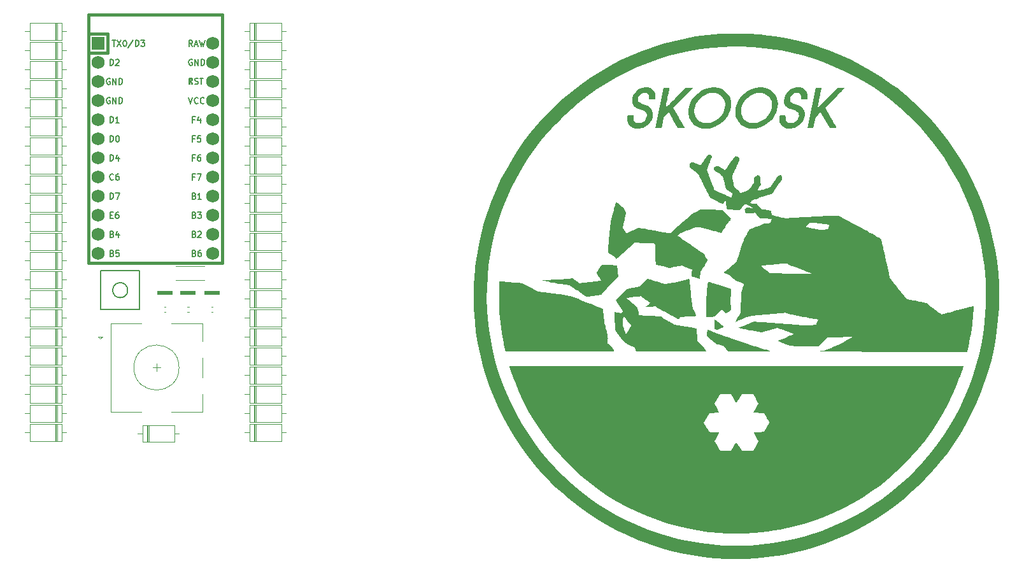
<source format=gbr>
%TF.GenerationSoftware,KiCad,Pcbnew,(6.0.7)*%
%TF.CreationDate,2022-10-09T17:02:24+02:00*%
%TF.ProjectId,skoosk,736b6f6f-736b-42e6-9b69-6361645f7063,rev?*%
%TF.SameCoordinates,Original*%
%TF.FileFunction,Legend,Top*%
%TF.FilePolarity,Positive*%
%FSLAX46Y46*%
G04 Gerber Fmt 4.6, Leading zero omitted, Abs format (unit mm)*
G04 Created by KiCad (PCBNEW (6.0.7)) date 2022-10-09 17:02:24*
%MOMM*%
%LPD*%
G01*
G04 APERTURE LIST*
%ADD10C,0.150000*%
%ADD11C,0.120000*%
%ADD12C,0.381000*%
%ADD13R,1.752600X1.752600*%
%ADD14C,1.752600*%
G04 APERTURE END LIST*
D10*
%TO.C,U1*%
X133013523Y-28256604D02*
X133013523Y-27456604D01*
X133204000Y-27456604D01*
X133318285Y-27494700D01*
X133394476Y-27570890D01*
X133432571Y-27647080D01*
X133470666Y-27799461D01*
X133470666Y-27913747D01*
X133432571Y-28066128D01*
X133394476Y-28142319D01*
X133318285Y-28218509D01*
X133204000Y-28256604D01*
X133013523Y-28256604D01*
X133965904Y-27456604D02*
X134042095Y-27456604D01*
X134118285Y-27494700D01*
X134156380Y-27532795D01*
X134194476Y-27608985D01*
X134232571Y-27761366D01*
X134232571Y-27951842D01*
X134194476Y-28104223D01*
X134156380Y-28180414D01*
X134118285Y-28218509D01*
X134042095Y-28256604D01*
X133965904Y-28256604D01*
X133889714Y-28218509D01*
X133851619Y-28180414D01*
X133813523Y-28104223D01*
X133775428Y-27951842D01*
X133775428Y-27761366D01*
X133813523Y-27608985D01*
X133851619Y-27532795D01*
X133889714Y-27494700D01*
X133965904Y-27456604D01*
X144202190Y-35457557D02*
X144316476Y-35495652D01*
X144354571Y-35533747D01*
X144392666Y-35609938D01*
X144392666Y-35724223D01*
X144354571Y-35800414D01*
X144316476Y-35838509D01*
X144240285Y-35876604D01*
X143935523Y-35876604D01*
X143935523Y-35076604D01*
X144202190Y-35076604D01*
X144278380Y-35114700D01*
X144316476Y-35152795D01*
X144354571Y-35228985D01*
X144354571Y-35305176D01*
X144316476Y-35381366D01*
X144278380Y-35419461D01*
X144202190Y-35457557D01*
X143935523Y-35457557D01*
X145154571Y-35876604D02*
X144697428Y-35876604D01*
X144926000Y-35876604D02*
X144926000Y-35076604D01*
X144849809Y-35190890D01*
X144773619Y-35267080D01*
X144697428Y-35305176D01*
X133280190Y-40537557D02*
X133394476Y-40575652D01*
X133432571Y-40613747D01*
X133470666Y-40689938D01*
X133470666Y-40804223D01*
X133432571Y-40880414D01*
X133394476Y-40918509D01*
X133318285Y-40956604D01*
X133013523Y-40956604D01*
X133013523Y-40156604D01*
X133280190Y-40156604D01*
X133356380Y-40194700D01*
X133394476Y-40232795D01*
X133432571Y-40308985D01*
X133432571Y-40385176D01*
X133394476Y-40461366D01*
X133356380Y-40499461D01*
X133280190Y-40537557D01*
X133013523Y-40537557D01*
X134156380Y-40423271D02*
X134156380Y-40956604D01*
X133965904Y-40118509D02*
X133775428Y-40689938D01*
X134270666Y-40689938D01*
X144259333Y-25297557D02*
X143992666Y-25297557D01*
X143992666Y-25716604D02*
X143992666Y-24916604D01*
X144373619Y-24916604D01*
X145021238Y-25183271D02*
X145021238Y-25716604D01*
X144830761Y-24878509D02*
X144640285Y-25449938D01*
X145135523Y-25449938D01*
X133013523Y-18096604D02*
X133013523Y-17296604D01*
X133204000Y-17296604D01*
X133318285Y-17334700D01*
X133394476Y-17410890D01*
X133432571Y-17487080D01*
X133470666Y-17639461D01*
X133470666Y-17753747D01*
X133432571Y-17906128D01*
X133394476Y-17982319D01*
X133318285Y-18058509D01*
X133204000Y-18096604D01*
X133013523Y-18096604D01*
X133775428Y-17372795D02*
X133813523Y-17334700D01*
X133889714Y-17296604D01*
X134080190Y-17296604D01*
X134156380Y-17334700D01*
X134194476Y-17372795D01*
X134232571Y-17448985D01*
X134232571Y-17525176D01*
X134194476Y-17639461D01*
X133737333Y-18096604D01*
X134232571Y-18096604D01*
X133302651Y-14756604D02*
X133759794Y-14756604D01*
X133531223Y-15556604D02*
X133531223Y-14756604D01*
X133950270Y-14756604D02*
X134483604Y-15556604D01*
X134483604Y-14756604D02*
X133950270Y-15556604D01*
X134940747Y-14756604D02*
X135016937Y-14756604D01*
X135093128Y-14794700D01*
X135131223Y-14832795D01*
X135169318Y-14908985D01*
X135207413Y-15061366D01*
X135207413Y-15251842D01*
X135169318Y-15404223D01*
X135131223Y-15480414D01*
X135093128Y-15518509D01*
X135016937Y-15556604D01*
X134940747Y-15556604D01*
X134864556Y-15518509D01*
X134826461Y-15480414D01*
X134788366Y-15404223D01*
X134750270Y-15251842D01*
X134750270Y-15061366D01*
X134788366Y-14908985D01*
X134826461Y-14832795D01*
X134864556Y-14794700D01*
X134940747Y-14756604D01*
X136121699Y-14718509D02*
X135435985Y-15747080D01*
X136388366Y-15556604D02*
X136388366Y-14756604D01*
X136578842Y-14756604D01*
X136693128Y-14794700D01*
X136769318Y-14870890D01*
X136807413Y-14947080D01*
X136845508Y-15099461D01*
X136845508Y-15213747D01*
X136807413Y-15366128D01*
X136769318Y-15442319D01*
X136693128Y-15518509D01*
X136578842Y-15556604D01*
X136388366Y-15556604D01*
X137112175Y-14756604D02*
X137607413Y-14756604D01*
X137340747Y-15061366D01*
X137455032Y-15061366D01*
X137531223Y-15099461D01*
X137569318Y-15137557D01*
X137607413Y-15213747D01*
X137607413Y-15404223D01*
X137569318Y-15480414D01*
X137531223Y-15518509D01*
X137455032Y-15556604D01*
X137226461Y-15556604D01*
X137150270Y-15518509D01*
X137112175Y-15480414D01*
X133280190Y-43077557D02*
X133394476Y-43115652D01*
X133432571Y-43153747D01*
X133470666Y-43229938D01*
X133470666Y-43344223D01*
X133432571Y-43420414D01*
X133394476Y-43458509D01*
X133318285Y-43496604D01*
X133013523Y-43496604D01*
X133013523Y-42696604D01*
X133280190Y-42696604D01*
X133356380Y-42734700D01*
X133394476Y-42772795D01*
X133432571Y-42848985D01*
X133432571Y-42925176D01*
X133394476Y-43001366D01*
X133356380Y-43039461D01*
X133280190Y-43077557D01*
X133013523Y-43077557D01*
X134194476Y-42696604D02*
X133813523Y-42696604D01*
X133775428Y-43077557D01*
X133813523Y-43039461D01*
X133889714Y-43001366D01*
X134080190Y-43001366D01*
X134156380Y-43039461D01*
X134194476Y-43077557D01*
X134232571Y-43153747D01*
X134232571Y-43344223D01*
X134194476Y-43420414D01*
X134156380Y-43458509D01*
X134080190Y-43496604D01*
X133889714Y-43496604D01*
X133813523Y-43458509D01*
X133775428Y-43420414D01*
X144202190Y-40537557D02*
X144316476Y-40575652D01*
X144354571Y-40613747D01*
X144392666Y-40689938D01*
X144392666Y-40804223D01*
X144354571Y-40880414D01*
X144316476Y-40918509D01*
X144240285Y-40956604D01*
X143935523Y-40956604D01*
X143935523Y-40156604D01*
X144202190Y-40156604D01*
X144278380Y-40194700D01*
X144316476Y-40232795D01*
X144354571Y-40308985D01*
X144354571Y-40385176D01*
X144316476Y-40461366D01*
X144278380Y-40499461D01*
X144202190Y-40537557D01*
X143935523Y-40537557D01*
X144697428Y-40232795D02*
X144735523Y-40194700D01*
X144811714Y-40156604D01*
X145002190Y-40156604D01*
X145078380Y-40194700D01*
X145116476Y-40232795D01*
X145154571Y-40308985D01*
X145154571Y-40385176D01*
X145116476Y-40499461D01*
X144659333Y-40956604D01*
X145154571Y-40956604D01*
X144259333Y-32917557D02*
X143992666Y-32917557D01*
X143992666Y-33336604D02*
X143992666Y-32536604D01*
X144373619Y-32536604D01*
X144602190Y-32536604D02*
X145135523Y-32536604D01*
X144792666Y-33336604D01*
X132994476Y-22414700D02*
X132918285Y-22376604D01*
X132804000Y-22376604D01*
X132689714Y-22414700D01*
X132613523Y-22490890D01*
X132575428Y-22567080D01*
X132537333Y-22719461D01*
X132537333Y-22833747D01*
X132575428Y-22986128D01*
X132613523Y-23062319D01*
X132689714Y-23138509D01*
X132804000Y-23176604D01*
X132880190Y-23176604D01*
X132994476Y-23138509D01*
X133032571Y-23100414D01*
X133032571Y-22833747D01*
X132880190Y-22833747D01*
X133375428Y-23176604D02*
X133375428Y-22376604D01*
X133832571Y-23176604D01*
X133832571Y-22376604D01*
X134213523Y-23176604D02*
X134213523Y-22376604D01*
X134404000Y-22376604D01*
X134518285Y-22414700D01*
X134594476Y-22490890D01*
X134632571Y-22567080D01*
X134670666Y-22719461D01*
X134670666Y-22833747D01*
X134632571Y-22986128D01*
X134594476Y-23062319D01*
X134518285Y-23138509D01*
X134404000Y-23176604D01*
X134213523Y-23176604D01*
X144202190Y-37997557D02*
X144316476Y-38035652D01*
X144354571Y-38073747D01*
X144392666Y-38149938D01*
X144392666Y-38264223D01*
X144354571Y-38340414D01*
X144316476Y-38378509D01*
X144240285Y-38416604D01*
X143935523Y-38416604D01*
X143935523Y-37616604D01*
X144202190Y-37616604D01*
X144278380Y-37654700D01*
X144316476Y-37692795D01*
X144354571Y-37768985D01*
X144354571Y-37845176D01*
X144316476Y-37921366D01*
X144278380Y-37959461D01*
X144202190Y-37997557D01*
X143935523Y-37997557D01*
X144659333Y-37616604D02*
X145154571Y-37616604D01*
X144887904Y-37921366D01*
X145002190Y-37921366D01*
X145078380Y-37959461D01*
X145116476Y-37997557D01*
X145154571Y-38073747D01*
X145154571Y-38264223D01*
X145116476Y-38340414D01*
X145078380Y-38378509D01*
X145002190Y-38416604D01*
X144773619Y-38416604D01*
X144697428Y-38378509D01*
X144659333Y-38340414D01*
X144259333Y-30377557D02*
X143992666Y-30377557D01*
X143992666Y-30796604D02*
X143992666Y-29996604D01*
X144373619Y-29996604D01*
X145021238Y-29996604D02*
X144868857Y-29996604D01*
X144792666Y-30034700D01*
X144754571Y-30072795D01*
X144678380Y-30187080D01*
X144640285Y-30339461D01*
X144640285Y-30644223D01*
X144678380Y-30720414D01*
X144716476Y-30758509D01*
X144792666Y-30796604D01*
X144945047Y-30796604D01*
X145021238Y-30758509D01*
X145059333Y-30720414D01*
X145097428Y-30644223D01*
X145097428Y-30453747D01*
X145059333Y-30377557D01*
X145021238Y-30339461D01*
X144945047Y-30301366D01*
X144792666Y-30301366D01*
X144716476Y-30339461D01*
X144678380Y-30377557D01*
X144640285Y-30453747D01*
X144264786Y-20568509D02*
X144379072Y-20606604D01*
X144569548Y-20606604D01*
X144645739Y-20568509D01*
X144683834Y-20530414D01*
X144721929Y-20454223D01*
X144721929Y-20378033D01*
X144683834Y-20301842D01*
X144645739Y-20263747D01*
X144569548Y-20225652D01*
X144417167Y-20187557D01*
X144340977Y-20149461D01*
X144302881Y-20111366D01*
X144264786Y-20035176D01*
X144264786Y-19958985D01*
X144302881Y-19882795D01*
X144340977Y-19844700D01*
X144417167Y-19806604D01*
X144607643Y-19806604D01*
X144721929Y-19844700D01*
X144950500Y-19806604D02*
X145407643Y-19806604D01*
X145179072Y-20606604D02*
X145179072Y-19806604D01*
X132994476Y-19874700D02*
X132918285Y-19836604D01*
X132804000Y-19836604D01*
X132689714Y-19874700D01*
X132613523Y-19950890D01*
X132575428Y-20027080D01*
X132537333Y-20179461D01*
X132537333Y-20293747D01*
X132575428Y-20446128D01*
X132613523Y-20522319D01*
X132689714Y-20598509D01*
X132804000Y-20636604D01*
X132880190Y-20636604D01*
X132994476Y-20598509D01*
X133032571Y-20560414D01*
X133032571Y-20293747D01*
X132880190Y-20293747D01*
X133375428Y-20636604D02*
X133375428Y-19836604D01*
X133832571Y-20636604D01*
X133832571Y-19836604D01*
X134213523Y-20636604D02*
X134213523Y-19836604D01*
X134404000Y-19836604D01*
X134518285Y-19874700D01*
X134594476Y-19950890D01*
X134632571Y-20027080D01*
X134670666Y-20179461D01*
X134670666Y-20293747D01*
X134632571Y-20446128D01*
X134594476Y-20522319D01*
X134518285Y-20598509D01*
X134404000Y-20636604D01*
X134213523Y-20636604D01*
X143973619Y-15556604D02*
X143706952Y-15175652D01*
X143516476Y-15556604D02*
X143516476Y-14756604D01*
X143821238Y-14756604D01*
X143897428Y-14794700D01*
X143935523Y-14832795D01*
X143973619Y-14908985D01*
X143973619Y-15023271D01*
X143935523Y-15099461D01*
X143897428Y-15137557D01*
X143821238Y-15175652D01*
X143516476Y-15175652D01*
X144278380Y-15328033D02*
X144659333Y-15328033D01*
X144202190Y-15556604D02*
X144468857Y-14756604D01*
X144735523Y-15556604D01*
X144926000Y-14756604D02*
X145116476Y-15556604D01*
X145268857Y-14985176D01*
X145421238Y-15556604D01*
X145611714Y-14756604D01*
X144259333Y-27837557D02*
X143992666Y-27837557D01*
X143992666Y-28256604D02*
X143992666Y-27456604D01*
X144373619Y-27456604D01*
X145059333Y-27456604D02*
X144678380Y-27456604D01*
X144640285Y-27837557D01*
X144678380Y-27799461D01*
X144754571Y-27761366D01*
X144945047Y-27761366D01*
X145021238Y-27799461D01*
X145059333Y-27837557D01*
X145097428Y-27913747D01*
X145097428Y-28104223D01*
X145059333Y-28180414D01*
X145021238Y-28218509D01*
X144945047Y-28256604D01*
X144754571Y-28256604D01*
X144678380Y-28218509D01*
X144640285Y-28180414D01*
X133013523Y-35876604D02*
X133013523Y-35076604D01*
X133204000Y-35076604D01*
X133318285Y-35114700D01*
X133394476Y-35190890D01*
X133432571Y-35267080D01*
X133470666Y-35419461D01*
X133470666Y-35533747D01*
X133432571Y-35686128D01*
X133394476Y-35762319D01*
X133318285Y-35838509D01*
X133204000Y-35876604D01*
X133013523Y-35876604D01*
X133737333Y-35076604D02*
X134270666Y-35076604D01*
X133927809Y-35876604D01*
X133013523Y-25716604D02*
X133013523Y-24916604D01*
X133204000Y-24916604D01*
X133318285Y-24954700D01*
X133394476Y-25030890D01*
X133432571Y-25107080D01*
X133470666Y-25259461D01*
X133470666Y-25373747D01*
X133432571Y-25526128D01*
X133394476Y-25602319D01*
X133318285Y-25678509D01*
X133204000Y-25716604D01*
X133013523Y-25716604D01*
X134232571Y-25716604D02*
X133775428Y-25716604D01*
X134004000Y-25716604D02*
X134004000Y-24916604D01*
X133927809Y-25030890D01*
X133851619Y-25107080D01*
X133775428Y-25145176D01*
X133470666Y-33260414D02*
X133432571Y-33298509D01*
X133318285Y-33336604D01*
X133242095Y-33336604D01*
X133127809Y-33298509D01*
X133051619Y-33222319D01*
X133013523Y-33146128D01*
X132975428Y-32993747D01*
X132975428Y-32879461D01*
X133013523Y-32727080D01*
X133051619Y-32650890D01*
X133127809Y-32574700D01*
X133242095Y-32536604D01*
X133318285Y-32536604D01*
X133432571Y-32574700D01*
X133470666Y-32612795D01*
X134156380Y-32536604D02*
X134004000Y-32536604D01*
X133927809Y-32574700D01*
X133889714Y-32612795D01*
X133813523Y-32727080D01*
X133775428Y-32879461D01*
X133775428Y-33184223D01*
X133813523Y-33260414D01*
X133851619Y-33298509D01*
X133927809Y-33336604D01*
X134080190Y-33336604D01*
X134156380Y-33298509D01*
X134194476Y-33260414D01*
X134232571Y-33184223D01*
X134232571Y-32993747D01*
X134194476Y-32917557D01*
X134156380Y-32879461D01*
X134080190Y-32841366D01*
X133927809Y-32841366D01*
X133851619Y-32879461D01*
X133813523Y-32917557D01*
X133775428Y-32993747D01*
X133051619Y-37997557D02*
X133318285Y-37997557D01*
X133432571Y-38416604D02*
X133051619Y-38416604D01*
X133051619Y-37616604D01*
X133432571Y-37616604D01*
X134118285Y-37616604D02*
X133965904Y-37616604D01*
X133889714Y-37654700D01*
X133851619Y-37692795D01*
X133775428Y-37807080D01*
X133737333Y-37959461D01*
X133737333Y-38264223D01*
X133775428Y-38340414D01*
X133813523Y-38378509D01*
X133889714Y-38416604D01*
X134042095Y-38416604D01*
X134118285Y-38378509D01*
X134156380Y-38340414D01*
X134194476Y-38264223D01*
X134194476Y-38073747D01*
X134156380Y-37997557D01*
X134118285Y-37959461D01*
X134042095Y-37921366D01*
X133889714Y-37921366D01*
X133813523Y-37959461D01*
X133775428Y-37997557D01*
X133737333Y-38073747D01*
X143916476Y-17334700D02*
X143840285Y-17296604D01*
X143726000Y-17296604D01*
X143611714Y-17334700D01*
X143535523Y-17410890D01*
X143497428Y-17487080D01*
X143459333Y-17639461D01*
X143459333Y-17753747D01*
X143497428Y-17906128D01*
X143535523Y-17982319D01*
X143611714Y-18058509D01*
X143726000Y-18096604D01*
X143802190Y-18096604D01*
X143916476Y-18058509D01*
X143954571Y-18020414D01*
X143954571Y-17753747D01*
X143802190Y-17753747D01*
X144297428Y-18096604D02*
X144297428Y-17296604D01*
X144754571Y-18096604D01*
X144754571Y-17296604D01*
X145135523Y-18096604D02*
X145135523Y-17296604D01*
X145326000Y-17296604D01*
X145440285Y-17334700D01*
X145516476Y-17410890D01*
X145554571Y-17487080D01*
X145592666Y-17639461D01*
X145592666Y-17753747D01*
X145554571Y-17906128D01*
X145516476Y-17982319D01*
X145440285Y-18058509D01*
X145326000Y-18096604D01*
X145135523Y-18096604D01*
X143459333Y-22376604D02*
X143726000Y-23176604D01*
X143992666Y-22376604D01*
X144716476Y-23100414D02*
X144678380Y-23138509D01*
X144564095Y-23176604D01*
X144487904Y-23176604D01*
X144373619Y-23138509D01*
X144297428Y-23062319D01*
X144259333Y-22986128D01*
X144221238Y-22833747D01*
X144221238Y-22719461D01*
X144259333Y-22567080D01*
X144297428Y-22490890D01*
X144373619Y-22414700D01*
X144487904Y-22376604D01*
X144564095Y-22376604D01*
X144678380Y-22414700D01*
X144716476Y-22452795D01*
X145516476Y-23100414D02*
X145478380Y-23138509D01*
X145364095Y-23176604D01*
X145287904Y-23176604D01*
X145173619Y-23138509D01*
X145097428Y-23062319D01*
X145059333Y-22986128D01*
X145021238Y-22833747D01*
X145021238Y-22719461D01*
X145059333Y-22567080D01*
X145097428Y-22490890D01*
X145173619Y-22414700D01*
X145287904Y-22376604D01*
X145364095Y-22376604D01*
X145478380Y-22414700D01*
X145516476Y-22452795D01*
X133013523Y-30796604D02*
X133013523Y-29996604D01*
X133204000Y-29996604D01*
X133318285Y-30034700D01*
X133394476Y-30110890D01*
X133432571Y-30187080D01*
X133470666Y-30339461D01*
X133470666Y-30453747D01*
X133432571Y-30606128D01*
X133394476Y-30682319D01*
X133318285Y-30758509D01*
X133204000Y-30796604D01*
X133013523Y-30796604D01*
X134156380Y-30263271D02*
X134156380Y-30796604D01*
X133965904Y-29958509D02*
X133775428Y-30529938D01*
X134270666Y-30529938D01*
X144202190Y-43077557D02*
X144316476Y-43115652D01*
X144354571Y-43153747D01*
X144392666Y-43229938D01*
X144392666Y-43344223D01*
X144354571Y-43420414D01*
X144316476Y-43458509D01*
X144240285Y-43496604D01*
X143935523Y-43496604D01*
X143935523Y-42696604D01*
X144202190Y-42696604D01*
X144278380Y-42734700D01*
X144316476Y-42772795D01*
X144354571Y-42848985D01*
X144354571Y-42925176D01*
X144316476Y-43001366D01*
X144278380Y-43039461D01*
X144202190Y-43077557D01*
X143935523Y-43077557D01*
X145078380Y-42696604D02*
X144926000Y-42696604D01*
X144849809Y-42734700D01*
X144811714Y-42772795D01*
X144735523Y-42887080D01*
X144697428Y-43039461D01*
X144697428Y-43344223D01*
X144735523Y-43420414D01*
X144773619Y-43458509D01*
X144849809Y-43496604D01*
X145002190Y-43496604D01*
X145078380Y-43458509D01*
X145116476Y-43420414D01*
X145154571Y-43344223D01*
X145154571Y-43153747D01*
X145116476Y-43077557D01*
X145078380Y-43039461D01*
X145002190Y-43001366D01*
X144849809Y-43001366D01*
X144773619Y-43039461D01*
X144735523Y-43077557D01*
X144697428Y-43153747D01*
D11*
%TO.C,D28*%
X125980000Y-52809000D02*
X125980000Y-50569000D01*
X126580000Y-52809000D02*
X126580000Y-50569000D01*
X126580000Y-50569000D02*
X122340000Y-50569000D01*
X125860000Y-52809000D02*
X125860000Y-50569000D01*
X122340000Y-52809000D02*
X126580000Y-52809000D01*
X127230000Y-51689000D02*
X126580000Y-51689000D01*
X125740000Y-52809000D02*
X125740000Y-50569000D01*
X121690000Y-51689000D02*
X122340000Y-51689000D01*
X122340000Y-50569000D02*
X122340000Y-52809000D01*
%TO.C,Drgb2*%
G36*
X144383000Y-48641000D02*
G01*
X142383000Y-48641000D01*
X142383000Y-48141000D01*
X144383000Y-48141000D01*
X144383000Y-48641000D01*
G37*
D12*
%TO.C,U1*%
X132715000Y-13924700D02*
X130175000Y-13924700D01*
X130175000Y-44404700D02*
X147955000Y-44404700D01*
X130175000Y-13924700D02*
X130175000Y-44404700D01*
X132715000Y-16464700D02*
X130175000Y-16464700D01*
X147955000Y-11384700D02*
X130175000Y-11384700D01*
X130175000Y-11384700D02*
X130175000Y-13924700D01*
X132715000Y-13924700D02*
X132715000Y-16464700D01*
X147955000Y-44404700D02*
X147955000Y-13924700D01*
X147955000Y-13924700D02*
X147955000Y-11384700D01*
G36*
X143996568Y-19904060D02*
G01*
X143496568Y-19904060D01*
X143496568Y-19804060D01*
X143996568Y-19804060D01*
X143996568Y-19904060D01*
G37*
D10*
X143996568Y-19904060D02*
X143496568Y-19904060D01*
X143496568Y-19804060D01*
X143996568Y-19804060D01*
X143996568Y-19904060D01*
G36*
X143996568Y-20104060D02*
G01*
X143896568Y-20104060D01*
X143896568Y-19804060D01*
X143996568Y-19804060D01*
X143996568Y-20104060D01*
G37*
X143996568Y-20104060D02*
X143896568Y-20104060D01*
X143896568Y-19804060D01*
X143996568Y-19804060D01*
X143996568Y-20104060D01*
G36*
X143796568Y-20304060D02*
G01*
X143696568Y-20304060D01*
X143696568Y-20204060D01*
X143796568Y-20204060D01*
X143796568Y-20304060D01*
G37*
X143796568Y-20304060D02*
X143696568Y-20304060D01*
X143696568Y-20204060D01*
X143796568Y-20204060D01*
X143796568Y-20304060D01*
G36*
X143596568Y-20604060D02*
G01*
X143496568Y-20604060D01*
X143496568Y-19804060D01*
X143596568Y-19804060D01*
X143596568Y-20604060D01*
G37*
X143596568Y-20604060D02*
X143496568Y-20604060D01*
X143496568Y-19804060D01*
X143596568Y-19804060D01*
X143596568Y-20604060D01*
G36*
X143996568Y-20604060D02*
G01*
X143896568Y-20604060D01*
X143896568Y-20404060D01*
X143996568Y-20404060D01*
X143996568Y-20604060D01*
G37*
X143996568Y-20604060D02*
X143896568Y-20604060D01*
X143896568Y-20404060D01*
X143996568Y-20404060D01*
X143996568Y-20604060D01*
D11*
%TO.C,D3*%
X125860000Y-19789000D02*
X125860000Y-17549000D01*
X122340000Y-17549000D02*
X122340000Y-19789000D01*
X121690000Y-18669000D02*
X122340000Y-18669000D01*
X127230000Y-18669000D02*
X126580000Y-18669000D01*
X126580000Y-19789000D02*
X126580000Y-17549000D01*
X125980000Y-19789000D02*
X125980000Y-17549000D01*
X125740000Y-19789000D02*
X125740000Y-17549000D01*
X126580000Y-17549000D02*
X122340000Y-17549000D01*
X122340000Y-19789000D02*
X126580000Y-19789000D01*
%TO.C,D14*%
X126580000Y-30249000D02*
X122340000Y-30249000D01*
X121690000Y-31369000D02*
X122340000Y-31369000D01*
X125860000Y-32489000D02*
X125860000Y-30249000D01*
X122340000Y-32489000D02*
X126580000Y-32489000D01*
X126580000Y-32489000D02*
X126580000Y-30249000D01*
X127230000Y-31369000D02*
X126580000Y-31369000D01*
X122340000Y-30249000D02*
X122340000Y-32489000D01*
X125740000Y-32489000D02*
X125740000Y-30249000D01*
X125980000Y-32489000D02*
X125980000Y-30249000D01*
%TO.C,D43*%
X150900000Y-61849000D02*
X151550000Y-61849000D01*
X151550000Y-62969000D02*
X155790000Y-62969000D01*
X155790000Y-60729000D02*
X151550000Y-60729000D01*
X152390000Y-60729000D02*
X152390000Y-62969000D01*
X156440000Y-61849000D02*
X155790000Y-61849000D01*
X151550000Y-60729000D02*
X151550000Y-62969000D01*
X152150000Y-60729000D02*
X152150000Y-62969000D01*
X155790000Y-62969000D02*
X155790000Y-60729000D01*
X152270000Y-60729000D02*
X152270000Y-62969000D01*
%TO.C,D2*%
X126580000Y-15009000D02*
X122340000Y-15009000D01*
X121690000Y-16129000D02*
X122340000Y-16129000D01*
X122340000Y-15009000D02*
X122340000Y-17249000D01*
X125860000Y-17249000D02*
X125860000Y-15009000D01*
X126580000Y-17249000D02*
X126580000Y-15009000D01*
X125740000Y-17249000D02*
X125740000Y-15009000D01*
X125980000Y-17249000D02*
X125980000Y-15009000D01*
X122340000Y-17249000D02*
X126580000Y-17249000D01*
X127230000Y-16129000D02*
X126580000Y-16129000D01*
%TO.C,D23*%
X152390000Y-30249000D02*
X152390000Y-32489000D01*
X151550000Y-32489000D02*
X155790000Y-32489000D01*
X155790000Y-32489000D02*
X155790000Y-30249000D01*
X151550000Y-30249000D02*
X151550000Y-32489000D01*
X152150000Y-30249000D02*
X152150000Y-32489000D01*
X150900000Y-31369000D02*
X151550000Y-31369000D01*
X152270000Y-30249000D02*
X152270000Y-32489000D01*
X156440000Y-31369000D02*
X155790000Y-31369000D01*
X155790000Y-30249000D02*
X151550000Y-30249000D01*
%TO.C,SW2*%
X133092000Y-52393000D02*
X133092000Y-64193000D01*
X138692000Y-58293000D02*
X139692000Y-58293000D01*
X139192000Y-57793000D02*
X139192000Y-58793000D01*
X145292000Y-61793000D02*
X145292000Y-64193000D01*
X131392000Y-54193000D02*
X131992000Y-54193000D01*
X137192000Y-64193000D02*
X133092000Y-64193000D01*
X137192000Y-52393000D02*
X133092000Y-52393000D01*
X145292000Y-56993000D02*
X145292000Y-59593000D01*
X145292000Y-64193000D02*
X141192000Y-64193000D01*
X131992000Y-54193000D02*
X131692000Y-54493000D01*
X141192000Y-52393000D02*
X145292000Y-52393000D01*
X131692000Y-54493000D02*
X131392000Y-54193000D01*
X145292000Y-52393000D02*
X145292000Y-54793000D01*
X142192000Y-58293000D02*
G75*
G03*
X142192000Y-58293000I-3000000J0D01*
G01*
%TO.C,D6*%
X122340000Y-27409000D02*
X126580000Y-27409000D01*
X126580000Y-27409000D02*
X126580000Y-25169000D01*
X125980000Y-27409000D02*
X125980000Y-25169000D01*
X125860000Y-27409000D02*
X125860000Y-25169000D01*
X121690000Y-26289000D02*
X122340000Y-26289000D01*
X122340000Y-25169000D02*
X122340000Y-27409000D01*
X127230000Y-26289000D02*
X126580000Y-26289000D01*
X126580000Y-25169000D02*
X122340000Y-25169000D01*
X125740000Y-27409000D02*
X125740000Y-25169000D01*
%TO.C,D34*%
X155790000Y-48029000D02*
X151550000Y-48029000D01*
X152390000Y-48029000D02*
X152390000Y-50269000D01*
X151550000Y-48029000D02*
X151550000Y-50269000D01*
X150900000Y-49149000D02*
X151550000Y-49149000D01*
X152270000Y-48029000D02*
X152270000Y-50269000D01*
X151550000Y-50269000D02*
X155790000Y-50269000D01*
X152150000Y-48029000D02*
X152150000Y-50269000D01*
X156440000Y-49149000D02*
X155790000Y-49149000D01*
X155790000Y-50269000D02*
X155790000Y-48029000D01*
%TO.C,Crgb3*%
X146478164Y-50186000D02*
X146693836Y-50186000D01*
X146478164Y-50906000D02*
X146693836Y-50906000D01*
%TO.C,Crgb2*%
X143303164Y-50906000D02*
X143518836Y-50906000D01*
X143303164Y-50186000D02*
X143518836Y-50186000D01*
D10*
%TO.C,SW1*%
X131766000Y-45406000D02*
X136966000Y-45406000D01*
X131766000Y-50606000D02*
X131766000Y-45406000D01*
X136966000Y-45406000D02*
X136966000Y-50606000D01*
X136966000Y-50606000D02*
X131766000Y-50606000D01*
X135366000Y-48006000D02*
G75*
G03*
X135366000Y-48006000I-1000000J0D01*
G01*
D11*
%TO.C,D5*%
X127230000Y-23749000D02*
X126580000Y-23749000D01*
X122340000Y-22629000D02*
X122340000Y-24869000D01*
X126580000Y-22629000D02*
X122340000Y-22629000D01*
X126580000Y-24869000D02*
X126580000Y-22629000D01*
X125860000Y-24869000D02*
X125860000Y-22629000D01*
X121690000Y-23749000D02*
X122340000Y-23749000D01*
X125980000Y-24869000D02*
X125980000Y-22629000D01*
X125740000Y-24869000D02*
X125740000Y-22629000D01*
X122340000Y-24869000D02*
X126580000Y-24869000D01*
%TO.C,D40*%
X127230000Y-66929000D02*
X126580000Y-66929000D01*
X125740000Y-68049000D02*
X125740000Y-65809000D01*
X122340000Y-68049000D02*
X126580000Y-68049000D01*
X126580000Y-68049000D02*
X126580000Y-65809000D01*
X122340000Y-65809000D02*
X122340000Y-68049000D01*
X125860000Y-68049000D02*
X125860000Y-65809000D01*
X121690000Y-66929000D02*
X122340000Y-66929000D01*
X125980000Y-68049000D02*
X125980000Y-65809000D01*
X126580000Y-65809000D02*
X122340000Y-65809000D01*
%TO.C,D4*%
X125740000Y-22329000D02*
X125740000Y-20089000D01*
X121690000Y-21209000D02*
X122340000Y-21209000D01*
X127230000Y-21209000D02*
X126580000Y-21209000D01*
X126580000Y-22329000D02*
X126580000Y-20089000D01*
X122340000Y-22329000D02*
X126580000Y-22329000D01*
X122340000Y-20089000D02*
X122340000Y-22329000D01*
X125860000Y-22329000D02*
X125860000Y-20089000D01*
X126580000Y-20089000D02*
X122340000Y-20089000D01*
X125980000Y-22329000D02*
X125980000Y-20089000D01*
%TO.C,D24*%
X152150000Y-27709000D02*
X152150000Y-29949000D01*
X150900000Y-28829000D02*
X151550000Y-28829000D01*
X152390000Y-27709000D02*
X152390000Y-29949000D01*
X151550000Y-27709000D02*
X151550000Y-29949000D01*
X156440000Y-28829000D02*
X155790000Y-28829000D01*
X151550000Y-29949000D02*
X155790000Y-29949000D01*
X152270000Y-27709000D02*
X152270000Y-29949000D01*
X155790000Y-27709000D02*
X151550000Y-27709000D01*
X155790000Y-29949000D02*
X155790000Y-27709000D01*
%TO.C,D39*%
X125740000Y-65509000D02*
X125740000Y-63269000D01*
X126580000Y-63269000D02*
X122340000Y-63269000D01*
X122340000Y-63269000D02*
X122340000Y-65509000D01*
X121690000Y-64389000D02*
X122340000Y-64389000D01*
X122340000Y-65509000D02*
X126580000Y-65509000D01*
X127230000Y-64389000D02*
X126580000Y-64389000D01*
X126580000Y-65509000D02*
X126580000Y-63269000D01*
X125980000Y-65509000D02*
X125980000Y-63269000D01*
X125860000Y-65509000D02*
X125860000Y-63269000D01*
%TO.C,D27*%
X125980000Y-50269000D02*
X125980000Y-48029000D01*
X122340000Y-50269000D02*
X126580000Y-50269000D01*
X121690000Y-49149000D02*
X122340000Y-49149000D01*
X126580000Y-50269000D02*
X126580000Y-48029000D01*
X126580000Y-48029000D02*
X122340000Y-48029000D01*
X125860000Y-50269000D02*
X125860000Y-48029000D01*
X127230000Y-49149000D02*
X126580000Y-49149000D01*
X122340000Y-48029000D02*
X122340000Y-50269000D01*
X125740000Y-50269000D02*
X125740000Y-48029000D01*
%TO.C,D30*%
X125980000Y-57889000D02*
X125980000Y-55649000D01*
X126580000Y-55649000D02*
X122340000Y-55649000D01*
X125860000Y-57889000D02*
X125860000Y-55649000D01*
X122340000Y-55649000D02*
X122340000Y-57889000D01*
X126580000Y-57889000D02*
X126580000Y-55649000D01*
X122340000Y-57889000D02*
X126580000Y-57889000D01*
X127230000Y-56769000D02*
X126580000Y-56769000D01*
X121690000Y-56769000D02*
X122340000Y-56769000D01*
X125740000Y-57889000D02*
X125740000Y-55649000D01*
%TO.C,D22*%
X152390000Y-32789000D02*
X152390000Y-35029000D01*
X151550000Y-35029000D02*
X155790000Y-35029000D01*
X152150000Y-32789000D02*
X152150000Y-35029000D01*
X156440000Y-33909000D02*
X155790000Y-33909000D01*
X151550000Y-32789000D02*
X151550000Y-35029000D01*
X155790000Y-32789000D02*
X151550000Y-32789000D01*
X150900000Y-33909000D02*
X151550000Y-33909000D01*
X155790000Y-35029000D02*
X155790000Y-32789000D01*
X152270000Y-32789000D02*
X152270000Y-35029000D01*
%TO.C,D18*%
X125860000Y-42649000D02*
X125860000Y-40409000D01*
X122340000Y-40409000D02*
X122340000Y-42649000D01*
X125740000Y-42649000D02*
X125740000Y-40409000D01*
X125980000Y-42649000D02*
X125980000Y-40409000D01*
X121690000Y-41529000D02*
X122340000Y-41529000D01*
X126580000Y-42649000D02*
X126580000Y-40409000D01*
X126580000Y-40409000D02*
X122340000Y-40409000D01*
X122340000Y-42649000D02*
X126580000Y-42649000D01*
X127230000Y-41529000D02*
X126580000Y-41529000D01*
%TO.C,Gfront*%
G36*
X215857287Y-44614754D02*
G01*
X215974843Y-44521837D01*
X215984853Y-44513947D01*
X216118397Y-44401197D01*
X216225197Y-44296370D01*
X216292482Y-44212396D01*
X216304192Y-44190654D01*
X216325401Y-44134433D01*
X216365579Y-44021197D01*
X216422037Y-43858776D01*
X216492084Y-43655005D01*
X216573028Y-43417717D01*
X216662179Y-43154743D01*
X216756845Y-42873917D01*
X216770161Y-42834291D01*
X216867764Y-42544840D01*
X216962376Y-42266358D01*
X217050920Y-42007750D01*
X217130317Y-41777923D01*
X217197490Y-41585783D01*
X217249362Y-41440236D01*
X217282856Y-41350188D01*
X217284029Y-41347211D01*
X217392314Y-41093240D01*
X217522340Y-40819058D01*
X217662335Y-40547778D01*
X217800530Y-40302510D01*
X217887635Y-40162120D01*
X217938188Y-40084181D01*
X217981574Y-40021060D01*
X218025501Y-39968521D01*
X218077679Y-39922330D01*
X218145818Y-39878251D01*
X218237627Y-39832051D01*
X218360815Y-39779494D01*
X218523091Y-39716346D01*
X218732166Y-39638371D01*
X218864842Y-39589528D01*
X225511894Y-39589528D01*
X225628982Y-39616967D01*
X225790757Y-39653100D01*
X225987016Y-39695808D01*
X226207557Y-39742977D01*
X226442175Y-39792489D01*
X226680668Y-39842228D01*
X226912833Y-39890078D01*
X227128467Y-39933922D01*
X227317367Y-39971644D01*
X227469329Y-40001127D01*
X227574151Y-40020256D01*
X227620380Y-40026896D01*
X227707490Y-40020520D01*
X227835868Y-39999875D01*
X227980925Y-39969073D01*
X228013516Y-39961122D01*
X228203274Y-39913174D01*
X228337786Y-39876067D01*
X228428068Y-39843774D01*
X228485133Y-39810273D01*
X228519994Y-39769536D01*
X228543667Y-39715541D01*
X228561053Y-39661605D01*
X228607180Y-39509551D01*
X228631437Y-39409874D01*
X228634281Y-39350326D01*
X228616169Y-39318661D01*
X228577557Y-39302631D01*
X228574468Y-39301867D01*
X228470437Y-39280771D01*
X228311645Y-39253728D01*
X228111254Y-39222577D01*
X227882431Y-39189161D01*
X227638339Y-39155319D01*
X227392144Y-39122892D01*
X227157008Y-39093721D01*
X226946098Y-39069647D01*
X226825767Y-39057367D01*
X226578687Y-39033369D01*
X226389064Y-39016287D01*
X226246132Y-39008540D01*
X226139124Y-39012550D01*
X226057275Y-39030736D01*
X225989818Y-39065518D01*
X225925987Y-39119317D01*
X225855015Y-39194554D01*
X225766137Y-39293648D01*
X225763942Y-39296067D01*
X225661105Y-39410624D01*
X225579123Y-39504418D01*
X225526626Y-39567399D01*
X225511894Y-39589528D01*
X218864842Y-39589528D01*
X218995749Y-39541336D01*
X219062550Y-39516740D01*
X219256123Y-39442845D01*
X219449439Y-39364560D01*
X219622545Y-39290249D01*
X219755486Y-39228276D01*
X219777528Y-39217041D01*
X219904999Y-39153550D01*
X220002291Y-39117590D01*
X220098457Y-39102542D01*
X220222550Y-39101785D01*
X220275511Y-39103579D01*
X220470780Y-39107607D01*
X220610810Y-39099616D01*
X220708296Y-39075311D01*
X220775933Y-39030399D01*
X220826416Y-38960584D01*
X220852153Y-38908509D01*
X220892197Y-38805863D01*
X220935672Y-38672149D01*
X220978112Y-38524438D01*
X221015052Y-38379801D01*
X221042026Y-38255309D01*
X221054567Y-38168035D01*
X221053149Y-38140139D01*
X221040533Y-38150572D01*
X221019616Y-38214295D01*
X220995339Y-38315671D01*
X220968925Y-38427575D01*
X220944720Y-38508854D01*
X220929335Y-38540107D01*
X220888676Y-38540694D01*
X220795844Y-38533252D01*
X220666382Y-38519202D01*
X220570497Y-38507271D01*
X220391328Y-38486756D01*
X220175100Y-38466226D01*
X219953067Y-38448477D01*
X219808388Y-38439061D01*
X219384362Y-38414904D01*
X219093037Y-38043574D01*
X218984886Y-37908642D01*
X218889927Y-37795612D01*
X218816755Y-37714316D01*
X218773967Y-37674588D01*
X218768387Y-37672245D01*
X218719564Y-37686722D01*
X218636523Y-37723085D01*
X218601042Y-37740616D01*
X218533410Y-37770023D01*
X218457147Y-37789733D01*
X218357281Y-37801523D01*
X218218841Y-37807173D01*
X218029793Y-37808464D01*
X217861283Y-37806336D01*
X217716233Y-37800900D01*
X217609072Y-37792952D01*
X217554227Y-37783287D01*
X217551970Y-37782129D01*
X217497657Y-37711477D01*
X217453019Y-37576649D01*
X217423508Y-37413369D01*
X217399794Y-37239957D01*
X217560295Y-37108438D01*
X217720797Y-36976919D01*
X218018579Y-37034003D01*
X218203708Y-37067505D01*
X218332615Y-37085340D01*
X218415493Y-37088091D01*
X218462534Y-37076341D01*
X218479283Y-37060315D01*
X218458888Y-37032774D01*
X218386607Y-36983483D01*
X218273170Y-36918145D01*
X218129309Y-36842463D01*
X217965757Y-36762137D01*
X217793244Y-36682871D01*
X217666050Y-36628217D01*
X217431865Y-36530942D01*
X217375471Y-36602045D01*
X217270834Y-36729308D01*
X217150944Y-36867691D01*
X217024872Y-37007595D01*
X216901687Y-37139422D01*
X216790458Y-37253572D01*
X216700255Y-37340445D01*
X216640147Y-37390443D01*
X216622721Y-37398764D01*
X216567297Y-37394954D01*
X216459271Y-37384427D01*
X216310184Y-37368542D01*
X216131579Y-37348658D01*
X215934996Y-37326136D01*
X215731977Y-37302335D01*
X215534063Y-37278615D01*
X215352796Y-37256335D01*
X215199717Y-37236855D01*
X215086367Y-37221535D01*
X215024288Y-37211735D01*
X215016167Y-37209501D01*
X215008741Y-37173056D01*
X214996236Y-37080236D01*
X214980052Y-36942728D01*
X214961589Y-36772220D01*
X214948951Y-36648451D01*
X214929156Y-36463801D01*
X214909583Y-36305637D01*
X214891849Y-36185313D01*
X214877571Y-36114184D01*
X214870789Y-36099701D01*
X214838956Y-36123780D01*
X214775384Y-36187676D01*
X214692340Y-36278879D01*
X214669683Y-36304816D01*
X214578402Y-36401804D01*
X214496585Y-36474044D01*
X214439209Y-36508648D01*
X214431317Y-36509930D01*
X214376942Y-36494247D01*
X214273496Y-36450867D01*
X214131677Y-36385294D01*
X213962181Y-36303032D01*
X213775708Y-36209586D01*
X213582954Y-36110460D01*
X213394618Y-36011159D01*
X213221396Y-35917186D01*
X213073988Y-35834046D01*
X212963090Y-35767242D01*
X212899400Y-35722280D01*
X212897929Y-35720963D01*
X212830569Y-35645297D01*
X212744888Y-35528908D01*
X212654829Y-35391351D01*
X212612138Y-35320097D01*
X212516286Y-35148171D01*
X212398293Y-34926489D01*
X212264384Y-34667507D01*
X212120783Y-34383681D01*
X211973713Y-34087465D01*
X211829398Y-33791316D01*
X211694062Y-33507688D01*
X211573929Y-33249036D01*
X211541174Y-33176821D01*
X211461509Y-33001825D01*
X211389594Y-32847264D01*
X211330891Y-32724612D01*
X211290859Y-32645343D01*
X211277267Y-32622295D01*
X211241401Y-32589667D01*
X211159803Y-32522147D01*
X211040935Y-32426522D01*
X210893262Y-32309580D01*
X210725249Y-32178110D01*
X210666590Y-32132544D01*
X210088795Y-31684533D01*
X210089171Y-31524755D01*
X210094590Y-31344429D01*
X210113308Y-31217890D01*
X210150512Y-31131033D01*
X210211389Y-31069756D01*
X210269169Y-31035394D01*
X210369243Y-30995887D01*
X210456271Y-30980435D01*
X210478076Y-30982406D01*
X210534382Y-31000922D01*
X210640577Y-31040567D01*
X210783414Y-31096231D01*
X210949645Y-31162802D01*
X211023696Y-31192966D01*
X211189818Y-31259681D01*
X211332443Y-31314495D01*
X211440224Y-31353241D01*
X211501817Y-31371753D01*
X211511682Y-31372193D01*
X211534785Y-31341368D01*
X211591807Y-31262667D01*
X211677093Y-31143969D01*
X211784992Y-30993155D01*
X211909850Y-30818105D01*
X211997703Y-30694667D01*
X212150452Y-30481093D01*
X212270451Y-30316922D01*
X212363630Y-30195176D01*
X212435915Y-30108877D01*
X212493233Y-30051047D01*
X212541513Y-30014708D01*
X212586680Y-29992883D01*
X212596862Y-29989311D01*
X212678123Y-29967714D01*
X212746190Y-29970229D01*
X212829139Y-30000951D01*
X212893773Y-30032619D01*
X212987077Y-30087846D01*
X213048523Y-30139450D01*
X213062953Y-30165942D01*
X213051769Y-30209393D01*
X213020185Y-30308456D01*
X212971151Y-30454487D01*
X212907620Y-30638839D01*
X212832543Y-30852865D01*
X212748873Y-31087919D01*
X212735453Y-31125321D01*
X212407952Y-32037107D01*
X212548168Y-32456951D01*
X212588470Y-32573525D01*
X212645122Y-32731650D01*
X212714729Y-32922345D01*
X212793895Y-33136627D01*
X212879224Y-33365513D01*
X212967319Y-33600022D01*
X213054785Y-33831171D01*
X213138226Y-34049979D01*
X213214246Y-34247461D01*
X213279449Y-34414638D01*
X213330439Y-34542525D01*
X213363819Y-34622142D01*
X213375381Y-34644896D01*
X213415107Y-34668455D01*
X213506980Y-34716740D01*
X213641423Y-34785072D01*
X213808858Y-34868771D01*
X213999707Y-34963158D01*
X214204392Y-35063554D01*
X214413335Y-35165282D01*
X214616959Y-35263660D01*
X214805684Y-35354011D01*
X214969935Y-35431655D01*
X215100132Y-35491914D01*
X215186698Y-35530108D01*
X215191212Y-35531972D01*
X215362463Y-35602679D01*
X215481384Y-35648081D01*
X215560076Y-35665749D01*
X215610638Y-35653253D01*
X215645172Y-35608164D01*
X215675777Y-35528053D01*
X215708579Y-35428114D01*
X215745728Y-35317229D01*
X215767075Y-35233384D01*
X215766201Y-35166939D01*
X215736684Y-35108250D01*
X215672104Y-35047678D01*
X215566040Y-34975579D01*
X215412069Y-34882312D01*
X215301266Y-34816492D01*
X215179535Y-34745508D01*
X215084278Y-34689062D01*
X215010686Y-34638131D01*
X214953948Y-34583692D01*
X214909256Y-34516720D01*
X214871800Y-34428193D01*
X214836771Y-34309088D01*
X214799359Y-34150380D01*
X214754755Y-33943046D01*
X214700645Y-33689607D01*
X214654425Y-33480550D01*
X214609918Y-33288173D01*
X214570167Y-33124958D01*
X214538214Y-33003387D01*
X214517100Y-32935942D01*
X214516724Y-32935024D01*
X214459353Y-32852689D01*
X214352405Y-32751450D01*
X214238087Y-32663847D01*
X214111246Y-32572559D01*
X213953009Y-32456299D01*
X213786111Y-32331866D01*
X213669750Y-32243907D01*
X213336439Y-31990089D01*
X213336439Y-31823307D01*
X213340972Y-31719230D01*
X213364937Y-31654398D01*
X213423882Y-31599794D01*
X213474927Y-31564879D01*
X213577419Y-31509609D01*
X213674245Y-31477202D01*
X213705681Y-31473624D01*
X213767902Y-31490606D01*
X213877036Y-31537563D01*
X214021573Y-31608962D01*
X214189998Y-31699269D01*
X214276547Y-31748051D01*
X214479092Y-31861317D01*
X214629695Y-31939056D01*
X214733363Y-31983574D01*
X214795104Y-31997177D01*
X214810375Y-31993914D01*
X214851192Y-31955336D01*
X214919347Y-31872450D01*
X215004722Y-31758149D01*
X215081675Y-31648267D01*
X215318236Y-31301953D01*
X215520211Y-31009238D01*
X215690359Y-30766451D01*
X215831440Y-30569920D01*
X215946214Y-30415974D01*
X216037439Y-30300940D01*
X216107875Y-30221147D01*
X216160280Y-30172923D01*
X216197415Y-30152596D01*
X216206568Y-30151384D01*
X216269251Y-30167479D01*
X216369313Y-30208815D01*
X216485799Y-30264964D01*
X216597757Y-30325499D01*
X216684232Y-30379994D01*
X216713236Y-30403512D01*
X216726791Y-30461633D01*
X216709395Y-30573972D01*
X216663182Y-30734911D01*
X216590291Y-30938837D01*
X216492858Y-31180135D01*
X216373020Y-31453190D01*
X216232914Y-31752387D01*
X216088843Y-32044149D01*
X215968496Y-32280252D01*
X215874467Y-32465777D01*
X215804922Y-32612449D01*
X215758025Y-32731997D01*
X215731943Y-32836147D01*
X215724840Y-32936626D01*
X215734881Y-33045162D01*
X215760233Y-33173483D01*
X215799061Y-33333314D01*
X215849529Y-33536384D01*
X215853098Y-33551069D01*
X215894907Y-33729147D01*
X215929986Y-33889410D01*
X215955321Y-34017257D01*
X215967901Y-34098085D01*
X215968741Y-34111631D01*
X215982606Y-34157246D01*
X216027555Y-34224016D01*
X216108618Y-34317717D01*
X216230827Y-34444120D01*
X216399211Y-34609001D01*
X216417102Y-34626212D01*
X216561797Y-34764380D01*
X216690228Y-34885375D01*
X216794041Y-34981461D01*
X216864882Y-35044899D01*
X216893859Y-35067817D01*
X216933472Y-35058957D01*
X217024865Y-35027556D01*
X217156874Y-34977780D01*
X217318338Y-34913795D01*
X217439916Y-34864024D01*
X217957576Y-34649450D01*
X218188043Y-34340457D01*
X218298053Y-34189373D01*
X218407611Y-34032818D01*
X218500987Y-33893545D01*
X218543962Y-33825676D01*
X218605643Y-33719969D01*
X218642903Y-33635736D01*
X218661862Y-33548639D01*
X218668640Y-33434343D01*
X218669414Y-33326777D01*
X218669414Y-33033666D01*
X218878927Y-32865943D01*
X218994734Y-32777130D01*
X219079580Y-32728929D01*
X219153989Y-32716964D01*
X219238488Y-32736860D01*
X219323455Y-32771187D01*
X219369786Y-32793002D01*
X219405455Y-32819392D01*
X219432463Y-32859330D01*
X219452807Y-32921788D01*
X219468487Y-33015737D01*
X219481503Y-33150149D01*
X219493854Y-33333997D01*
X219507538Y-33576252D01*
X219509063Y-33604143D01*
X219530536Y-33997279D01*
X219322182Y-34327604D01*
X219239283Y-34461816D01*
X219172024Y-34576005D01*
X219127806Y-34657245D01*
X219113828Y-34691444D01*
X219141066Y-34731646D01*
X219164178Y-34744278D01*
X219216923Y-34743582D01*
X219323725Y-34726579D01*
X219472990Y-34696055D01*
X219653122Y-34654795D01*
X219852528Y-34605584D01*
X220059611Y-34551206D01*
X220262778Y-34494447D01*
X220450434Y-34438092D01*
X220486479Y-34426667D01*
X220815576Y-34321248D01*
X221122508Y-33851592D01*
X221244086Y-33663822D01*
X221368989Y-33467934D01*
X221485024Y-33283238D01*
X221580001Y-33129045D01*
X221607459Y-33083433D01*
X221693139Y-32942928D01*
X221761594Y-32848951D01*
X221830324Y-32789138D01*
X221916831Y-32751119D01*
X222038614Y-32722530D01*
X222145824Y-32702995D01*
X222208135Y-32695723D01*
X222248529Y-32710789D01*
X222281612Y-32761919D01*
X222321987Y-32862839D01*
X222325300Y-32871684D01*
X222363354Y-32978875D01*
X222388903Y-33061337D01*
X222395659Y-33094001D01*
X222388093Y-33130260D01*
X222363348Y-33187782D01*
X222318352Y-33271590D01*
X222250033Y-33386708D01*
X222155320Y-33538157D01*
X222031141Y-33730962D01*
X221874424Y-33970145D01*
X221683496Y-34258625D01*
X221101318Y-35135315D01*
X220816927Y-35228880D01*
X220554131Y-35316040D01*
X220275910Y-35409564D01*
X219989803Y-35506807D01*
X219703350Y-35605122D01*
X219424091Y-35701864D01*
X219159567Y-35794387D01*
X218917316Y-35880044D01*
X218704878Y-35956191D01*
X218529795Y-36020181D01*
X218399605Y-36069367D01*
X218321848Y-36101105D01*
X218303074Y-36111047D01*
X218262813Y-36165584D01*
X218212012Y-36253962D01*
X218194886Y-36287787D01*
X218163802Y-36355884D01*
X218153975Y-36403887D01*
X218174090Y-36436317D01*
X218232831Y-36457696D01*
X218338881Y-36472545D01*
X218500925Y-36485384D01*
X218585414Y-36491107D01*
X218777053Y-36504044D01*
X218916043Y-36518399D01*
X219017775Y-36542323D01*
X219097640Y-36583968D01*
X219171027Y-36651488D01*
X219253327Y-36753035D01*
X219359930Y-36896762D01*
X219365546Y-36904353D01*
X219466024Y-37037772D01*
X219552767Y-37148598D01*
X219617464Y-37226521D01*
X219651800Y-37261235D01*
X219654087Y-37262099D01*
X219695223Y-37264599D01*
X219791210Y-37271389D01*
X219928734Y-37281502D01*
X220094477Y-37293968D01*
X220136455Y-37297163D01*
X220407649Y-37325308D01*
X220624141Y-37363713D01*
X220782280Y-37411379D01*
X220878417Y-37467304D01*
X220906089Y-37508119D01*
X220921912Y-37560298D01*
X220951565Y-37658983D01*
X220989337Y-37785159D01*
X220999334Y-37818619D01*
X221036790Y-37936697D01*
X221067461Y-38019855D01*
X221086315Y-38054938D01*
X221089175Y-38053474D01*
X221124079Y-38048084D01*
X221207026Y-38062113D01*
X221321471Y-38092555D01*
X221345929Y-38100110D01*
X221467167Y-38135668D01*
X221636344Y-38181579D01*
X221834750Y-38232942D01*
X222043674Y-38284859D01*
X222139266Y-38307840D01*
X222339342Y-38354145D01*
X222509327Y-38389174D01*
X222662188Y-38413477D01*
X222810891Y-38427603D01*
X222968404Y-38432102D01*
X223147692Y-38427523D01*
X223361723Y-38414416D01*
X223623463Y-38393330D01*
X223797274Y-38378102D01*
X225426060Y-38255051D01*
X227010140Y-38179553D01*
X228553744Y-38151412D01*
X228685342Y-38151197D01*
X229864258Y-38150845D01*
X231898801Y-39216004D01*
X232444061Y-39501643D01*
X232931867Y-39757629D01*
X233365465Y-39985775D01*
X233748101Y-40187894D01*
X234083021Y-40365798D01*
X234373471Y-40521300D01*
X234622697Y-40656213D01*
X234833946Y-40772350D01*
X235010464Y-40871524D01*
X235155497Y-40955547D01*
X235272291Y-41026233D01*
X235364092Y-41085394D01*
X235434147Y-41134844D01*
X235485701Y-41176394D01*
X235522001Y-41211857D01*
X235546293Y-41243048D01*
X235555095Y-41257877D01*
X235569217Y-41303794D01*
X235595853Y-41409397D01*
X235633359Y-41567485D01*
X235680092Y-41770852D01*
X235734408Y-42012297D01*
X235794665Y-42284615D01*
X235859220Y-42580604D01*
X235900043Y-42769877D01*
X236041853Y-43427861D01*
X236170567Y-44020311D01*
X236286149Y-44547063D01*
X236388560Y-45007953D01*
X236477763Y-45402814D01*
X236553720Y-45731484D01*
X236616394Y-45993797D01*
X236665747Y-46189588D01*
X236701741Y-46318693D01*
X236724338Y-46380948D01*
X236726363Y-46384225D01*
X236755803Y-46422508D01*
X236823599Y-46508984D01*
X236925545Y-46638336D01*
X237057435Y-46805246D01*
X237215062Y-47004399D01*
X237394222Y-47230477D01*
X237590708Y-47478164D01*
X237800315Y-47742143D01*
X237858013Y-47814767D01*
X238945267Y-49183102D01*
X239857879Y-49360428D01*
X240124298Y-49413374D01*
X240391416Y-49468593D01*
X240644974Y-49522980D01*
X240870710Y-49573430D01*
X241054362Y-49616840D01*
X241157287Y-49643286D01*
X241544084Y-49748818D01*
X242167022Y-50214367D01*
X242463992Y-50434929D01*
X242735739Y-50634021D01*
X242977915Y-50808602D01*
X243186172Y-50955627D01*
X243356164Y-51072054D01*
X243483542Y-51154840D01*
X243563959Y-51200942D01*
X243589130Y-51209795D01*
X243628600Y-51201255D01*
X243728426Y-51176622D01*
X243882891Y-51137382D01*
X244086278Y-51085021D01*
X244332869Y-51021022D01*
X244616947Y-50946871D01*
X244932794Y-50864052D01*
X245274694Y-50774050D01*
X245636928Y-50678351D01*
X245713858Y-50657984D01*
X246078871Y-50561761D01*
X246424255Y-50471585D01*
X246744364Y-50388873D01*
X247033550Y-50315042D01*
X247286165Y-50251510D01*
X247496560Y-50199696D01*
X247659089Y-50161016D01*
X247768103Y-50136888D01*
X247817954Y-50128730D01*
X247820413Y-50129211D01*
X247826127Y-50170253D01*
X247826507Y-50269892D01*
X247822120Y-50418610D01*
X247813532Y-50606886D01*
X247801312Y-50825203D01*
X247786026Y-51064040D01*
X247768241Y-51313879D01*
X247748526Y-51565201D01*
X247727446Y-51808487D01*
X247708772Y-52002911D01*
X247645995Y-52557582D01*
X247566938Y-53150870D01*
X247474752Y-53763455D01*
X247372585Y-54376019D01*
X247263587Y-54969245D01*
X247150906Y-55523813D01*
X247089905Y-55799230D01*
X246997932Y-56200913D01*
X236893229Y-56196656D01*
X235909417Y-56196231D01*
X234991816Y-56195806D01*
X234138267Y-56195366D01*
X233346609Y-56194896D01*
X232614682Y-56194383D01*
X231940327Y-56193813D01*
X231321383Y-56193170D01*
X230755690Y-56192442D01*
X230241088Y-56191614D01*
X229775417Y-56190671D01*
X229356518Y-56189600D01*
X228982229Y-56188387D01*
X228650392Y-56187016D01*
X228358845Y-56185475D01*
X228105430Y-56183748D01*
X227887985Y-56181822D01*
X227704351Y-56179682D01*
X227552368Y-56177315D01*
X227429876Y-56174705D01*
X227334715Y-56171840D01*
X227264724Y-56168704D01*
X227217744Y-56165284D01*
X227191615Y-56161566D01*
X227184176Y-56157534D01*
X227193267Y-56153175D01*
X227216730Y-56148476D01*
X227252402Y-56143421D01*
X227298126Y-56137996D01*
X227335497Y-56133914D01*
X227559837Y-56108281D01*
X227731408Y-56083965D01*
X227865663Y-56057757D01*
X227978054Y-56026452D01*
X228084033Y-55986841D01*
X228121769Y-55970729D01*
X228226539Y-55926121D01*
X228381183Y-55861898D01*
X228572020Y-55783662D01*
X228785372Y-55697013D01*
X229007560Y-55607551D01*
X229061877Y-55585806D01*
X229514767Y-55398576D01*
X229944670Y-55208776D01*
X230344875Y-55019856D01*
X230708672Y-54835267D01*
X231029352Y-54658460D01*
X231300203Y-54492885D01*
X231514515Y-54341995D01*
X231574528Y-54293626D01*
X231677085Y-54207291D01*
X231044649Y-54229523D01*
X230833382Y-54236466D01*
X230571261Y-54244320D01*
X230275788Y-54252606D01*
X229964468Y-54260843D01*
X229654802Y-54268554D01*
X229420827Y-54274002D01*
X228429441Y-54296248D01*
X227218621Y-55483012D01*
X226268580Y-55480499D01*
X225949377Y-55478593D01*
X225587991Y-55474668D01*
X225209493Y-55469109D01*
X224838950Y-55462303D01*
X224501433Y-55454638D01*
X224378431Y-55451337D01*
X223438324Y-55424688D01*
X222840073Y-55182799D01*
X222530081Y-55056471D01*
X222280454Y-54952418D01*
X222087530Y-54868930D01*
X221947647Y-54804299D01*
X221857143Y-54756814D01*
X221812357Y-54724767D01*
X221809627Y-54706448D01*
X221814467Y-54704032D01*
X221944200Y-54655660D01*
X222111905Y-54591437D01*
X222308483Y-54515006D01*
X222524838Y-54430010D01*
X222751874Y-54340093D01*
X222980493Y-54248899D01*
X223201600Y-54160072D01*
X223406096Y-54077255D01*
X223584887Y-54004091D01*
X223728874Y-53944225D01*
X223828961Y-53901299D01*
X223876052Y-53878958D01*
X223878169Y-53877433D01*
X223891228Y-53830645D01*
X223864180Y-53794922D01*
X223815966Y-53767998D01*
X223713073Y-53722607D01*
X223565489Y-53662487D01*
X223383202Y-53591374D01*
X223176197Y-53513006D01*
X222954464Y-53431120D01*
X222727988Y-53349452D01*
X222506757Y-53271741D01*
X222300758Y-53201723D01*
X222134633Y-53147740D01*
X221753956Y-53027693D01*
X219624344Y-53647839D01*
X218369154Y-53385250D01*
X218071118Y-53323127D01*
X217781690Y-53263224D01*
X217510708Y-53207546D01*
X217268010Y-53158098D01*
X217063435Y-53116885D01*
X216906820Y-53085913D01*
X216813173Y-53068118D01*
X216681734Y-53043158D01*
X216581839Y-53022027D01*
X216527902Y-53007884D01*
X216522594Y-53004481D01*
X216555720Y-52990348D01*
X216645101Y-52954383D01*
X216783265Y-52899535D01*
X216962744Y-52828752D01*
X217176068Y-52744982D01*
X217415768Y-52651172D01*
X217598703Y-52579765D01*
X218664600Y-52164142D01*
X219273804Y-52216114D01*
X219422385Y-52228508D01*
X219630625Y-52245463D01*
X219890012Y-52266305D01*
X220192033Y-52290359D01*
X220528177Y-52316953D01*
X220889931Y-52345411D01*
X221268784Y-52375059D01*
X221656223Y-52405224D01*
X221917058Y-52425440D01*
X222318491Y-52456580D01*
X222727407Y-52488458D01*
X223133735Y-52520278D01*
X223527401Y-52551246D01*
X223898333Y-52580566D01*
X224236459Y-52607444D01*
X224531706Y-52631083D01*
X224774003Y-52650689D01*
X224874124Y-52658895D01*
X225150003Y-52681459D01*
X225369180Y-52698437D01*
X225543087Y-52709941D01*
X225683157Y-52716088D01*
X225800820Y-52716992D01*
X225907508Y-52712769D01*
X226014654Y-52703533D01*
X226133689Y-52689399D01*
X226258647Y-52672828D01*
X226435067Y-52648569D01*
X226592306Y-52626034D01*
X226715211Y-52607458D01*
X226788629Y-52595080D01*
X226796283Y-52593490D01*
X226844169Y-52557926D01*
X226905343Y-52478648D01*
X226972253Y-52370569D01*
X227037348Y-52248604D01*
X227093074Y-52127668D01*
X227131881Y-52022674D01*
X227146216Y-51948538D01*
X227136246Y-51922091D01*
X227072489Y-51900082D01*
X226950375Y-51870443D01*
X226779272Y-51834938D01*
X226568545Y-51795335D01*
X226327561Y-51753400D01*
X226065686Y-51710899D01*
X225814232Y-51672797D01*
X225457193Y-51618214D01*
X225122236Y-51561525D01*
X224792806Y-51499394D01*
X224452348Y-51428489D01*
X224084306Y-51345473D01*
X223672126Y-51247013D01*
X223542933Y-51215331D01*
X222754609Y-51021080D01*
X222344380Y-51062840D01*
X222222469Y-51074472D01*
X222041822Y-51090636D01*
X221811869Y-51110538D01*
X221542036Y-51133385D01*
X221241753Y-51158381D01*
X220920447Y-51184734D01*
X220587548Y-51211648D01*
X220395793Y-51226970D01*
X219940560Y-51263072D01*
X219546594Y-51294631D01*
X219207048Y-51323023D01*
X218915073Y-51349624D01*
X218663822Y-51375807D01*
X218446447Y-51402947D01*
X218256100Y-51432420D01*
X218085934Y-51465600D01*
X217929101Y-51503862D01*
X217778752Y-51548581D01*
X217628041Y-51601132D01*
X217470120Y-51662890D01*
X217298139Y-51735228D01*
X217105253Y-51819524D01*
X216884613Y-51917150D01*
X216823384Y-51944211D01*
X216633615Y-52027894D01*
X216463419Y-52102749D01*
X216323439Y-52164110D01*
X216224318Y-52207313D01*
X216176699Y-52227694D01*
X216176079Y-52227943D01*
X216161098Y-52214842D01*
X216184789Y-52150663D01*
X216222854Y-52079069D01*
X216274824Y-51987105D01*
X216350899Y-51851717D01*
X216441931Y-51689219D01*
X216538770Y-51515926D01*
X216566519Y-51466188D01*
X216814353Y-51021774D01*
X216870903Y-50081666D01*
X216886363Y-49808441D01*
X216900152Y-49533637D01*
X216911667Y-49271805D01*
X216920307Y-49037494D01*
X216925472Y-48845256D01*
X216926697Y-48731891D01*
X216925941Y-48322223D01*
X217122172Y-47747595D01*
X217192899Y-47537888D01*
X217242344Y-47383537D01*
X217272634Y-47275659D01*
X217285894Y-47205370D01*
X217284249Y-47163786D01*
X217269826Y-47142024D01*
X217267461Y-47140402D01*
X217218989Y-47116913D01*
X217119265Y-47073823D01*
X216980750Y-47016344D01*
X216815903Y-46949688D01*
X216728176Y-46914814D01*
X216498004Y-46818679D01*
X216297345Y-46721465D01*
X216111219Y-46613615D01*
X215924648Y-46485568D01*
X215722652Y-46327767D01*
X215490252Y-46130652D01*
X215465431Y-46108995D01*
X215329020Y-46000563D01*
X215184617Y-45911500D01*
X215008541Y-45828153D01*
X214904968Y-45785831D01*
X214557236Y-45648652D01*
X215134792Y-45188654D01*
X215326501Y-45036080D01*
X215519739Y-44882494D01*
X215644582Y-44783396D01*
X219599732Y-44783396D01*
X219629934Y-44816987D01*
X219703155Y-44884854D01*
X219809203Y-44978334D01*
X219937890Y-45088764D01*
X220079026Y-45207482D01*
X220222422Y-45325826D01*
X220357888Y-45435133D01*
X220464165Y-45518285D01*
X220703465Y-45701603D01*
X221553035Y-45741429D01*
X222112930Y-45765931D01*
X222665725Y-45786758D01*
X223204421Y-45803796D01*
X223722020Y-45816935D01*
X224211523Y-45826062D01*
X224665932Y-45831066D01*
X225078248Y-45831834D01*
X225441473Y-45828255D01*
X225748608Y-45820217D01*
X225933882Y-45811440D01*
X226095945Y-45800632D01*
X226197406Y-45790474D01*
X226245999Y-45779380D01*
X226249457Y-45765760D01*
X226224461Y-45751778D01*
X226168763Y-45729460D01*
X226059238Y-45687167D01*
X225906131Y-45628794D01*
X225719682Y-45558239D01*
X225510135Y-45479395D01*
X225386910Y-45433222D01*
X224891902Y-45246684D01*
X224452450Y-45078298D01*
X224070287Y-44928753D01*
X223747147Y-44798741D01*
X223484764Y-44688951D01*
X223284872Y-44600075D01*
X223233209Y-44575594D01*
X223092485Y-44510343D01*
X222989627Y-44472472D01*
X222902583Y-44456436D01*
X222809299Y-44456691D01*
X222771702Y-44459549D01*
X222683759Y-44466403D01*
X222539964Y-44476736D01*
X222352700Y-44489698D01*
X222134349Y-44504437D01*
X221897294Y-44520103D01*
X221763223Y-44528820D01*
X220726604Y-44614976D01*
X219753568Y-44734690D01*
X219661013Y-44752940D01*
X219606490Y-44773263D01*
X219599732Y-44783396D01*
X215644582Y-44783396D01*
X215701126Y-44738513D01*
X215857287Y-44614754D01*
G37*
G36*
X204454715Y-21035536D02*
G01*
X204591177Y-21056095D01*
X204865796Y-21136976D01*
X205092546Y-21265110D01*
X205276321Y-21444262D01*
X205422012Y-21678200D01*
X205435231Y-21705948D01*
X205477409Y-21805924D01*
X205503609Y-21899206D01*
X205517377Y-22007429D01*
X205522265Y-22152232D01*
X205522505Y-22238032D01*
X205519688Y-22387518D01*
X205512750Y-22513100D01*
X205502869Y-22597855D01*
X205495696Y-22622622D01*
X205455219Y-22643112D01*
X205360240Y-22656576D01*
X205205620Y-22663525D01*
X205070021Y-22664788D01*
X204670356Y-22664868D01*
X204680086Y-22382756D01*
X204682182Y-22230336D01*
X204673836Y-22125659D01*
X204652036Y-22048501D01*
X204621773Y-21991199D01*
X204510661Y-21867001D01*
X204359412Y-21791833D01*
X204162103Y-21762987D01*
X204121221Y-21762505D01*
X203887011Y-21795864D01*
X203674576Y-21887448D01*
X203492710Y-22028352D01*
X203350209Y-22209675D01*
X203255867Y-22422512D01*
X203218478Y-22657961D01*
X203218213Y-22676673D01*
X203221834Y-22795954D01*
X203240306Y-22874414D01*
X203283360Y-22939412D01*
X203328566Y-22986833D01*
X203446855Y-23073747D01*
X203619693Y-23158113D01*
X203713155Y-23193829D01*
X204021365Y-23305036D01*
X204271777Y-23400891D01*
X204472132Y-23485524D01*
X204630168Y-23563068D01*
X204753627Y-23637653D01*
X204850246Y-23713410D01*
X204927766Y-23794470D01*
X204986255Y-23873358D01*
X205119025Y-24131555D01*
X205187761Y-24413355D01*
X205192399Y-24718223D01*
X205132874Y-25045624D01*
X205129406Y-25058285D01*
X205047486Y-25305801D01*
X204944654Y-25515072D01*
X204807141Y-25709524D01*
X204636170Y-25897490D01*
X204393321Y-26115192D01*
X204142598Y-26279327D01*
X203862746Y-26403377D01*
X203809330Y-26421924D01*
X203607862Y-26471382D01*
X203369739Y-26502267D01*
X203124672Y-26512456D01*
X202902369Y-26499825D01*
X202842878Y-26490972D01*
X202568366Y-26412004D01*
X202321663Y-26281479D01*
X202112801Y-26107114D01*
X201951817Y-25896629D01*
X201880053Y-25750365D01*
X201840241Y-25633198D01*
X201816126Y-25513447D01*
X201804330Y-25367944D01*
X201801474Y-25211545D01*
X201803398Y-25059651D01*
X201809252Y-24929160D01*
X201818013Y-24838115D01*
X201824264Y-24809863D01*
X201842608Y-24783568D01*
X201880966Y-24766228D01*
X201951482Y-24756074D01*
X202066297Y-24751338D01*
X202233549Y-24750248D01*
X202619212Y-24750458D01*
X202621450Y-25049373D01*
X202631361Y-25251916D01*
X202661985Y-25403063D01*
X202719899Y-25518312D01*
X202811682Y-25613160D01*
X202882605Y-25664652D01*
X202972898Y-25716401D01*
X203066171Y-25747477D01*
X203187208Y-25764329D01*
X203289667Y-25770583D01*
X203440988Y-25773548D01*
X203553021Y-25762940D01*
X203654261Y-25734128D01*
X203741640Y-25697153D01*
X203944482Y-25574880D01*
X204117893Y-25413197D01*
X204255794Y-25223792D01*
X204352104Y-25018349D01*
X204400743Y-24808554D01*
X204395632Y-24606095D01*
X204365900Y-24497307D01*
X204329677Y-24417806D01*
X204281558Y-24348054D01*
X204214079Y-24283816D01*
X204119775Y-24220854D01*
X203991181Y-24154932D01*
X203820834Y-24081814D01*
X203601269Y-23997263D01*
X203325022Y-23897042D01*
X203280168Y-23881082D01*
X203021182Y-23774325D01*
X202821562Y-23657374D01*
X202672448Y-23524462D01*
X202610893Y-23445617D01*
X202506509Y-23263649D01*
X202445917Y-23077698D01*
X202422288Y-22863248D01*
X202421624Y-22766161D01*
X202459702Y-22431614D01*
X202561663Y-22116340D01*
X202724350Y-21826182D01*
X202944603Y-21566987D01*
X203171830Y-21377440D01*
X203467114Y-21205771D01*
X203788099Y-21089584D01*
X204121671Y-21031850D01*
X204454715Y-21035536D01*
G37*
G36*
X212560693Y-46887196D02*
G01*
X212648677Y-46912802D01*
X212780613Y-46953438D01*
X212946019Y-47005880D01*
X213115490Y-47060722D01*
X213309568Y-47122945D01*
X213553071Y-47199234D01*
X213829760Y-47284604D01*
X214123396Y-47374072D01*
X214417740Y-47462655D01*
X214652590Y-47532421D01*
X215609791Y-47814786D01*
X215608621Y-47948294D01*
X215605188Y-48022895D01*
X215596297Y-48152808D01*
X215582944Y-48325277D01*
X215566122Y-48527547D01*
X215546827Y-48746863D01*
X215543583Y-48782608D01*
X215522127Y-49023493D01*
X215507390Y-49209348D01*
X215499256Y-49353170D01*
X215497605Y-49467958D01*
X215502321Y-49566711D01*
X215513286Y-49662426D01*
X215530381Y-49768101D01*
X215534438Y-49791088D01*
X215581235Y-50075263D01*
X215609206Y-50297144D01*
X215618572Y-50460099D01*
X215609557Y-50567499D01*
X215588888Y-50616135D01*
X215542127Y-50657809D01*
X215452521Y-50726195D01*
X215334456Y-50810602D01*
X215243219Y-50873063D01*
X214943557Y-51074555D01*
X214654535Y-50817411D01*
X214537032Y-50714869D01*
X214437499Y-50631747D01*
X214367245Y-50577246D01*
X214338550Y-50560267D01*
X214307105Y-50583290D01*
X214235247Y-50647475D01*
X214130769Y-50745496D01*
X214001459Y-50870025D01*
X213855111Y-51013737D01*
X213832560Y-51036109D01*
X213353532Y-51511950D01*
X212977489Y-51549311D01*
X212810126Y-51566541D01*
X212655354Y-51583542D01*
X212533579Y-51598017D01*
X212477868Y-51605573D01*
X212401649Y-51613754D01*
X212360045Y-51597317D01*
X212334075Y-51540611D01*
X212315900Y-51472012D01*
X212303778Y-51393569D01*
X212291251Y-51258991D01*
X212279104Y-51080503D01*
X212268122Y-50870330D01*
X212259090Y-50640697D01*
X212255978Y-50538226D01*
X212249509Y-50247280D01*
X212247990Y-49993918D01*
X212252076Y-49757560D01*
X212262425Y-49517627D01*
X212279693Y-49253543D01*
X212304537Y-48944727D01*
X212308181Y-48902258D01*
X212329815Y-48659942D01*
X212354064Y-48402663D01*
X212379955Y-48139402D01*
X212406517Y-47879138D01*
X212432778Y-47630850D01*
X212457764Y-47403516D01*
X212480505Y-47206117D01*
X212500028Y-47047632D01*
X212515361Y-46937039D01*
X212525532Y-46883318D01*
X212527140Y-46879840D01*
X212560693Y-46887196D01*
G37*
G36*
X181382403Y-48348341D02*
G01*
X181382926Y-48304008D01*
X181393901Y-47653840D01*
X181411154Y-47057858D01*
X181435796Y-46502071D01*
X181468935Y-45972488D01*
X181511681Y-45455120D01*
X181565142Y-44935976D01*
X181630428Y-44401067D01*
X181708647Y-43836401D01*
X181769138Y-43432541D01*
X182034882Y-41926240D01*
X182366030Y-40437674D01*
X182761463Y-38968779D01*
X183220065Y-37521492D01*
X183740717Y-36097749D01*
X184322303Y-34699485D01*
X184963703Y-33328637D01*
X185663802Y-31987141D01*
X186421480Y-30676933D01*
X187235621Y-29399949D01*
X188105107Y-28158126D01*
X189028820Y-26953398D01*
X190005643Y-25787703D01*
X191034458Y-24662976D01*
X192114148Y-23581154D01*
X193243594Y-22544173D01*
X194378396Y-21588815D01*
X195586811Y-20657723D01*
X196833738Y-19781626D01*
X198116590Y-18961604D01*
X199432780Y-18198741D01*
X200779717Y-17494117D01*
X202154815Y-16848815D01*
X203555486Y-16263917D01*
X204979139Y-15740504D01*
X206423189Y-15279658D01*
X207885046Y-14882462D01*
X209362121Y-14549996D01*
X210851828Y-14283343D01*
X212327960Y-14086199D01*
X212691370Y-14046494D01*
X213016971Y-14012715D01*
X213314579Y-13984389D01*
X213594007Y-13961043D01*
X213865069Y-13942205D01*
X214137580Y-13927402D01*
X214421354Y-13916161D01*
X214726204Y-13908010D01*
X215061945Y-13902476D01*
X215438390Y-13899087D01*
X215865355Y-13897370D01*
X216259320Y-13896878D01*
X216718588Y-13897054D01*
X217118940Y-13898263D01*
X217469830Y-13900908D01*
X217780709Y-13905387D01*
X218061030Y-13912101D01*
X218320246Y-13921450D01*
X218567809Y-13933836D01*
X218813173Y-13949656D01*
X219065790Y-13969314D01*
X219335112Y-13993207D01*
X219630593Y-14021737D01*
X219934286Y-14052488D01*
X221456345Y-14242986D01*
X222964914Y-14500082D01*
X224457987Y-14822974D01*
X225933561Y-15210859D01*
X227389630Y-15662935D01*
X228824189Y-16178399D01*
X230235234Y-16756449D01*
X231620760Y-17396284D01*
X232978762Y-18097101D01*
X234307236Y-18858098D01*
X235604176Y-19678471D01*
X236867578Y-20557421D01*
X237642496Y-21138633D01*
X238742975Y-22026295D01*
X239821337Y-22972360D01*
X240868737Y-23968162D01*
X241876326Y-25005032D01*
X242835261Y-26074303D01*
X243526433Y-26903739D01*
X244457290Y-28112469D01*
X245334545Y-29362368D01*
X246156676Y-30650439D01*
X246922158Y-31973685D01*
X247629471Y-33329109D01*
X248277090Y-34713714D01*
X248863492Y-36124502D01*
X249387156Y-37558476D01*
X249846557Y-39012639D01*
X250051444Y-39745462D01*
X250412093Y-41224840D01*
X250707756Y-42722533D01*
X250938157Y-44234784D01*
X251103020Y-45757835D01*
X251202070Y-47287927D01*
X251235031Y-48821304D01*
X251201627Y-50354208D01*
X251101583Y-51882881D01*
X251009200Y-52798708D01*
X250800678Y-54324117D01*
X250526058Y-55834364D01*
X250186216Y-57327423D01*
X249782027Y-58801268D01*
X249314367Y-60253875D01*
X248784109Y-61683218D01*
X248192131Y-63087271D01*
X247539306Y-64464009D01*
X246826511Y-65811406D01*
X246054620Y-67127437D01*
X245224508Y-68410076D01*
X244337051Y-69657297D01*
X243393123Y-70867076D01*
X242995583Y-71345193D01*
X242410379Y-72015293D01*
X241778023Y-72700757D01*
X241112915Y-73387185D01*
X240429455Y-74060175D01*
X239742043Y-74705328D01*
X239065081Y-75308243D01*
X238838997Y-75501779D01*
X237644013Y-76469089D01*
X236411032Y-77380075D01*
X235142024Y-78233886D01*
X233838961Y-79029670D01*
X232503813Y-79766575D01*
X231138553Y-80443750D01*
X229745150Y-81060343D01*
X228325576Y-81615503D01*
X226881803Y-82108377D01*
X225415801Y-82538115D01*
X223929542Y-82903864D01*
X222424996Y-83204773D01*
X220904135Y-83439991D01*
X220290901Y-83515581D01*
X218876430Y-83648513D01*
X217460362Y-83723390D01*
X216029230Y-83740723D01*
X214977355Y-83717697D01*
X213447303Y-83629101D01*
X211927162Y-83473368D01*
X210418955Y-83251273D01*
X208924704Y-82963594D01*
X207446430Y-82611108D01*
X205986156Y-82194590D01*
X204545904Y-81714819D01*
X203127696Y-81172570D01*
X201733554Y-80568621D01*
X200365500Y-79903748D01*
X199025557Y-79178728D01*
X197715746Y-78394339D01*
X196438089Y-77551355D01*
X195194610Y-76650556D01*
X193987328Y-75692716D01*
X193901850Y-75621567D01*
X193123847Y-74949884D01*
X192342789Y-74233103D01*
X191572919Y-73485352D01*
X190828480Y-72720759D01*
X190123714Y-71953451D01*
X189625251Y-71379378D01*
X188658825Y-70184346D01*
X187747935Y-68951370D01*
X186893564Y-67682686D01*
X186096693Y-66380529D01*
X185358305Y-65047135D01*
X184679383Y-63684738D01*
X184060909Y-62295573D01*
X183503865Y-60881875D01*
X183009233Y-59445881D01*
X182577996Y-57989824D01*
X182211137Y-56515939D01*
X181909638Y-55026463D01*
X181674480Y-53523630D01*
X181631886Y-53192568D01*
X181565713Y-52632627D01*
X181510678Y-52108041D01*
X181466127Y-51605984D01*
X181431407Y-51113627D01*
X181405864Y-50618140D01*
X181388846Y-50106697D01*
X181379698Y-49566468D01*
X181378296Y-49143524D01*
X183111819Y-49143524D01*
X183158890Y-50632869D01*
X183238147Y-51756767D01*
X183401909Y-53240176D01*
X183632177Y-54710380D01*
X183927989Y-56165254D01*
X184288383Y-57602676D01*
X184712398Y-59020519D01*
X185199072Y-60416662D01*
X185747443Y-61788979D01*
X186356549Y-63135346D01*
X187025430Y-64453640D01*
X187753122Y-65741737D01*
X188538664Y-66997512D01*
X189381095Y-68218841D01*
X190279453Y-69403601D01*
X191232776Y-70549667D01*
X192240102Y-71654915D01*
X192254458Y-71669957D01*
X193323056Y-72742912D01*
X194422237Y-73755335D01*
X195554375Y-74708976D01*
X196721846Y-75605587D01*
X197927027Y-76446917D01*
X199172294Y-77234717D01*
X200460023Y-77970738D01*
X201627826Y-78575804D01*
X202983331Y-79207935D01*
X204364809Y-79777233D01*
X205769867Y-80283078D01*
X207196111Y-80724846D01*
X208641147Y-81101915D01*
X210102582Y-81413663D01*
X211578022Y-81659467D01*
X213065075Y-81838706D01*
X214561346Y-81950756D01*
X214618404Y-81953683D01*
X214772184Y-81959236D01*
X214982797Y-81963617D01*
X215240020Y-81966858D01*
X215533630Y-81968994D01*
X215853403Y-81970055D01*
X216189116Y-81970077D01*
X216530546Y-81969092D01*
X216867469Y-81967134D01*
X217189661Y-81964234D01*
X217486900Y-81960428D01*
X217748962Y-81955747D01*
X217965622Y-81950224D01*
X218126659Y-81943894D01*
X218156628Y-81942214D01*
X219635011Y-81823005D01*
X221078325Y-81647458D01*
X222491769Y-81414491D01*
X223880542Y-81123021D01*
X225249840Y-80771967D01*
X226604863Y-80360246D01*
X227850775Y-79924188D01*
X229239996Y-79371196D01*
X230595927Y-78759510D01*
X231917138Y-78090808D01*
X233202194Y-77366772D01*
X234449665Y-76589082D01*
X235658117Y-75759417D01*
X236826117Y-74879457D01*
X237952234Y-73950883D01*
X239035034Y-72975374D01*
X240073086Y-71954611D01*
X241064956Y-70890273D01*
X242009213Y-69784041D01*
X242904423Y-68637595D01*
X243749155Y-67452615D01*
X244541975Y-66230781D01*
X245281451Y-64973773D01*
X245966152Y-63683270D01*
X246594643Y-62360954D01*
X247165493Y-61008504D01*
X247677269Y-59627599D01*
X248128539Y-58219921D01*
X248517869Y-56787150D01*
X248843829Y-55330964D01*
X248851011Y-55294991D01*
X249042795Y-54249769D01*
X249197288Y-53222871D01*
X249315972Y-52198822D01*
X249400326Y-51162151D01*
X249451829Y-50097384D01*
X249471964Y-48989048D01*
X249472374Y-48799701D01*
X249459476Y-47752433D01*
X249419716Y-46752431D01*
X249351497Y-45783429D01*
X249253220Y-44829161D01*
X249123285Y-43873360D01*
X248960096Y-42899761D01*
X248822355Y-42184762D01*
X248490768Y-40715912D01*
X248095376Y-39271610D01*
X247636271Y-37852078D01*
X247113546Y-36457539D01*
X246527294Y-35088214D01*
X245877606Y-33744324D01*
X245164575Y-32426093D01*
X244388294Y-31133740D01*
X243916559Y-30407284D01*
X243201440Y-29375424D01*
X242463339Y-28390103D01*
X241693158Y-27440516D01*
X240881799Y-26515862D01*
X240020163Y-25605335D01*
X239146668Y-24743499D01*
X238049383Y-23741213D01*
X236910054Y-22792029D01*
X235730935Y-21896964D01*
X234514277Y-21057039D01*
X233262332Y-20273270D01*
X231977353Y-19546678D01*
X230661592Y-18878280D01*
X229317300Y-18269096D01*
X227946730Y-17720144D01*
X226552134Y-17232442D01*
X225135763Y-16807010D01*
X223699871Y-16444866D01*
X222246709Y-16147028D01*
X220778529Y-15914515D01*
X219297583Y-15748347D01*
X219250571Y-15744186D01*
X218636248Y-15697692D01*
X217981140Y-15661686D01*
X217302567Y-15636491D01*
X216617847Y-15622429D01*
X215944302Y-15619821D01*
X215299249Y-15628990D01*
X214700008Y-15650258D01*
X214567126Y-15657078D01*
X213044432Y-15773907D01*
X211539532Y-15956583D01*
X210053580Y-16204633D01*
X208587730Y-16517589D01*
X207143136Y-16894980D01*
X205720953Y-17336336D01*
X204322336Y-17841186D01*
X202948439Y-18409060D01*
X201600416Y-19039488D01*
X200279421Y-19732000D01*
X198986610Y-20486126D01*
X197723136Y-21301395D01*
X196490154Y-22177337D01*
X195288819Y-23113481D01*
X194380450Y-23879958D01*
X194148047Y-24088101D01*
X193878977Y-24337953D01*
X193582333Y-24620424D01*
X193267207Y-24926420D01*
X192942690Y-25246850D01*
X192617876Y-25572622D01*
X192301855Y-25894644D01*
X192003720Y-26203824D01*
X191732563Y-26491070D01*
X191497476Y-26747289D01*
X191373762Y-26886646D01*
X190388796Y-28065191D01*
X189464728Y-29274800D01*
X188601570Y-30515451D01*
X187799333Y-31787125D01*
X187058029Y-33089800D01*
X186377671Y-34423456D01*
X185758269Y-35788071D01*
X185199835Y-37183624D01*
X184702382Y-38610096D01*
X184592953Y-38954210D01*
X184190169Y-40358047D01*
X183850449Y-41785449D01*
X183574193Y-43232633D01*
X183361802Y-44695816D01*
X183213675Y-46171214D01*
X183130214Y-47655045D01*
X183111819Y-49143524D01*
X181378296Y-49143524D01*
X181377769Y-48984625D01*
X181382403Y-48348341D01*
G37*
G36*
X209943527Y-23816952D02*
G01*
X209962618Y-23706808D01*
X210086988Y-23281820D01*
X210273931Y-22875169D01*
X210518841Y-22492476D01*
X210817113Y-22139362D01*
X211164142Y-21821447D01*
X211555321Y-21544353D01*
X211883546Y-21362429D01*
X212286691Y-21194696D01*
X212693431Y-21084722D01*
X213097497Y-21031583D01*
X213492619Y-21034354D01*
X213872528Y-21092108D01*
X214230956Y-21203921D01*
X214561634Y-21368868D01*
X214858294Y-21586025D01*
X215100741Y-21837184D01*
X215311374Y-22148379D01*
X215463699Y-22489124D01*
X215557673Y-22853191D01*
X215593251Y-23234351D01*
X215570390Y-23626376D01*
X215489047Y-24023039D01*
X215349176Y-24418112D01*
X215150734Y-24805366D01*
X215122006Y-24852595D01*
X214920001Y-25132622D01*
X214666018Y-25412064D01*
X214374922Y-25678572D01*
X214061580Y-25919796D01*
X213740856Y-26123389D01*
X213427617Y-26277002D01*
X213388554Y-26292528D01*
X213026069Y-26406937D01*
X212643747Y-26481676D01*
X212262859Y-26513997D01*
X211904679Y-26501150D01*
X211837779Y-26492938D01*
X211457978Y-26407716D01*
X211105454Y-26264165D01*
X210786316Y-26067164D01*
X210506676Y-25821596D01*
X210272642Y-25532340D01*
X210090326Y-25204279D01*
X210027262Y-25046638D01*
X209974405Y-24845298D01*
X209938537Y-24599563D01*
X209920724Y-24331529D01*
X209920946Y-24285945D01*
X210696935Y-24285945D01*
X210745916Y-24605716D01*
X210851120Y-24900626D01*
X211008453Y-25164196D01*
X211213824Y-25389950D01*
X211463139Y-25571412D01*
X211752308Y-25702105D01*
X211832267Y-25726622D01*
X211981784Y-25753622D01*
X212175477Y-25767929D01*
X212390354Y-25769637D01*
X212603426Y-25758844D01*
X212791703Y-25735644D01*
X212857321Y-25722350D01*
X213191965Y-25611213D01*
X213521364Y-25441037D01*
X213834168Y-25220883D01*
X214119029Y-24959810D01*
X214364596Y-24666878D01*
X214548592Y-24372227D01*
X214678185Y-24071194D01*
X214763682Y-23753129D01*
X214803058Y-23433694D01*
X214794291Y-23128557D01*
X214742020Y-22874092D01*
X214645681Y-22626207D01*
X214517289Y-22416022D01*
X214340750Y-22217887D01*
X214314311Y-22192515D01*
X214059584Y-21996383D01*
X213776209Y-21858026D01*
X213470721Y-21776595D01*
X213149655Y-21751240D01*
X212819546Y-21781114D01*
X212486928Y-21865365D01*
X212158337Y-22003146D01*
X211840306Y-22193606D01*
X211539370Y-22435896D01*
X211402325Y-22570975D01*
X211146387Y-22870751D01*
X210952497Y-23169894D01*
X210815270Y-23479080D01*
X210729326Y-23808988D01*
X210708269Y-23947788D01*
X210696935Y-24285945D01*
X209920946Y-24285945D01*
X209922032Y-24063294D01*
X209943527Y-23816952D01*
G37*
G36*
X213490594Y-51934029D02*
G01*
X213592234Y-52004008D01*
X213734118Y-52113629D01*
X213918971Y-52264954D01*
X214149521Y-52460045D01*
X214283018Y-52574850D01*
X214432550Y-52707084D01*
X214531886Y-52802800D01*
X214585361Y-52866721D01*
X214597312Y-52903570D01*
X214591955Y-52911388D01*
X214532811Y-52946035D01*
X214426650Y-52997244D01*
X214290542Y-53057748D01*
X214141555Y-53120281D01*
X213996756Y-53177574D01*
X213873214Y-53222361D01*
X213826578Y-53237253D01*
X213720977Y-53264833D01*
X213648710Y-53267900D01*
X213578773Y-53245080D01*
X213536698Y-53224411D01*
X213458672Y-53175624D01*
X213417275Y-53116080D01*
X213395053Y-53018777D01*
X213392596Y-53001461D01*
X213383102Y-52897296D01*
X213376500Y-52754545D01*
X213372730Y-52587926D01*
X213371730Y-52412153D01*
X213373440Y-52241942D01*
X213377798Y-52092009D01*
X213384743Y-51977070D01*
X213394215Y-51911841D01*
X213397143Y-51904747D01*
X213426473Y-51901629D01*
X213490594Y-51934029D01*
G37*
G36*
X207180532Y-21094203D02*
G01*
X207298002Y-21100966D01*
X207364236Y-21113424D01*
X207387752Y-21132547D01*
X207388122Y-21136023D01*
X207381604Y-21178470D01*
X207363041Y-21280260D01*
X207333919Y-21433718D01*
X207295723Y-21631169D01*
X207249940Y-21864937D01*
X207198054Y-22127347D01*
X207141551Y-22410722D01*
X207136673Y-22435081D01*
X207080613Y-22717601D01*
X207029995Y-22977908D01*
X206986165Y-23208677D01*
X206950467Y-23402582D01*
X206924248Y-23552298D01*
X206908854Y-23650498D01*
X206905629Y-23689857D01*
X206906088Y-23690280D01*
X206933511Y-23666799D01*
X207004689Y-23599306D01*
X207115126Y-23492230D01*
X207260323Y-23349997D01*
X207435785Y-23177035D01*
X207637013Y-22977771D01*
X207859510Y-22756633D01*
X208098779Y-22518049D01*
X208225672Y-22391222D01*
X209524393Y-21092164D01*
X210543379Y-21092164D01*
X209217484Y-22399769D01*
X207891588Y-23707373D01*
X208600996Y-24955152D01*
X208755202Y-25226217D01*
X208901072Y-25482311D01*
X209034666Y-25716538D01*
X209152045Y-25922006D01*
X209249268Y-26091820D01*
X209322395Y-26219087D01*
X209367488Y-26296913D01*
X209377623Y-26314035D01*
X209444842Y-26425139D01*
X208495873Y-26425139D01*
X207904257Y-25382474D01*
X207766004Y-25139920D01*
X207637937Y-24917351D01*
X207524029Y-24721510D01*
X207428255Y-24559140D01*
X207354586Y-24436985D01*
X207306996Y-24361787D01*
X207289881Y-24339809D01*
X207258644Y-24362722D01*
X207189161Y-24425453D01*
X207091046Y-24518990D01*
X206973910Y-24634323D01*
X206947229Y-24661037D01*
X206627337Y-24982265D01*
X206484873Y-25695155D01*
X206342409Y-26408046D01*
X205947245Y-26417634D01*
X205552080Y-26427222D01*
X206618500Y-21092164D01*
X207003311Y-21092164D01*
X207180532Y-21094203D01*
G37*
G36*
X199407064Y-40623613D02*
G01*
X208219975Y-40623613D01*
X208224667Y-40643937D01*
X208242765Y-40646404D01*
X208270904Y-40633896D01*
X208265556Y-40623613D01*
X208224985Y-40619522D01*
X208219975Y-40623613D01*
X199407064Y-40623613D01*
X199410005Y-40589428D01*
X208117417Y-40589428D01*
X208122110Y-40609751D01*
X208140208Y-40612218D01*
X208168347Y-40599710D01*
X208162998Y-40589428D01*
X208122428Y-40585336D01*
X208117417Y-40589428D01*
X199410005Y-40589428D01*
X199412455Y-40560940D01*
X208037651Y-40560940D01*
X208054744Y-40578032D01*
X208071836Y-40560940D01*
X208054744Y-40543847D01*
X208037651Y-40560940D01*
X199412455Y-40560940D01*
X199415886Y-40521056D01*
X207946489Y-40521056D01*
X207951181Y-40541380D01*
X207969279Y-40543847D01*
X207997418Y-40531339D01*
X207992070Y-40521056D01*
X207951499Y-40516965D01*
X207946489Y-40521056D01*
X199415886Y-40521056D01*
X199418827Y-40486870D01*
X207843931Y-40486870D01*
X207848624Y-40507194D01*
X207866722Y-40509661D01*
X207894861Y-40497153D01*
X207889512Y-40486870D01*
X207848942Y-40482779D01*
X207843931Y-40486870D01*
X199418827Y-40486870D01*
X199421768Y-40452685D01*
X207741374Y-40452685D01*
X207746067Y-40473008D01*
X207764165Y-40475475D01*
X207792304Y-40462967D01*
X207786955Y-40452685D01*
X207746385Y-40448593D01*
X207741374Y-40452685D01*
X199421768Y-40452685D01*
X199553607Y-38920024D01*
X199742911Y-38236310D01*
X199815058Y-37973567D01*
X199894732Y-37679807D01*
X199974952Y-37381000D01*
X200048734Y-37103117D01*
X200094440Y-36928705D01*
X200146536Y-36733520D01*
X200194535Y-36563308D01*
X200235338Y-36428305D01*
X200265847Y-36338747D01*
X200282963Y-36304868D01*
X200283323Y-36304816D01*
X200324908Y-36323772D01*
X200409436Y-36375117D01*
X200524894Y-36450561D01*
X200659268Y-36541817D01*
X200800546Y-36640597D01*
X200936715Y-36738613D01*
X201055761Y-36827577D01*
X201145673Y-36899200D01*
X201149285Y-36902260D01*
X201271162Y-37025210D01*
X201385155Y-37184246D01*
X201480861Y-37352261D01*
X201641450Y-37656834D01*
X201522735Y-38185872D01*
X201470320Y-38422081D01*
X201412474Y-38687047D01*
X201355812Y-38950231D01*
X201306949Y-39181097D01*
X201301748Y-39206021D01*
X201199475Y-39697132D01*
X201387662Y-39975200D01*
X201478223Y-40106602D01*
X201563568Y-40226245D01*
X201630649Y-40316008D01*
X201653115Y-40343849D01*
X201730383Y-40434431D01*
X201752055Y-40424197D01*
X207661608Y-40424197D01*
X207678700Y-40441289D01*
X207695793Y-40424197D01*
X207678700Y-40407104D01*
X207661608Y-40424197D01*
X201752055Y-40424197D01*
X202482469Y-40079276D01*
X202696994Y-39979797D01*
X202895802Y-39891041D01*
X203069079Y-39817117D01*
X203207007Y-39762135D01*
X203299773Y-39730205D01*
X203331590Y-39723755D01*
X203386184Y-39729665D01*
X203500051Y-39746666D01*
X203665232Y-39773414D01*
X203873770Y-39808563D01*
X204117707Y-39850768D01*
X204389085Y-39898685D01*
X204679945Y-39950968D01*
X204733205Y-39960639D01*
X205459436Y-40089057D01*
X206124654Y-40199094D01*
X206727496Y-40290538D01*
X207266600Y-40363176D01*
X207464811Y-40387001D01*
X207557349Y-40392158D01*
X207611811Y-40384305D01*
X207618647Y-40374899D01*
X207639884Y-40339895D01*
X207707018Y-40265434D01*
X207814251Y-40156804D01*
X207955782Y-40019291D01*
X208125813Y-39858184D01*
X208318543Y-39678770D01*
X208528175Y-39486336D01*
X208748907Y-39286169D01*
X208974941Y-39083558D01*
X209200478Y-38883790D01*
X209419717Y-38692152D01*
X209626860Y-38513931D01*
X209816107Y-38354416D01*
X209981659Y-38218893D01*
X209995948Y-38207453D01*
X210196606Y-38056396D01*
X210437263Y-37889932D01*
X210696388Y-37722458D01*
X210947673Y-37571128D01*
X211507503Y-37247804D01*
X212139939Y-37252247D01*
X212397555Y-37257060D01*
X212694607Y-37267435D01*
X213002502Y-37282087D01*
X213292646Y-37299732D01*
X213438997Y-37310624D01*
X213659797Y-37327702D01*
X213870418Y-37342554D01*
X214056288Y-37354261D01*
X214202836Y-37361905D01*
X214294028Y-37364567D01*
X214482439Y-37364573D01*
X215602207Y-38485887D01*
X215522406Y-38600398D01*
X215466376Y-38677948D01*
X215382369Y-38790844D01*
X215284337Y-38920429D01*
X215232309Y-38988396D01*
X215094617Y-39173502D01*
X214942372Y-39388185D01*
X214787201Y-39615183D01*
X214640728Y-39837238D01*
X214514579Y-40037091D01*
X214432165Y-40176350D01*
X214358516Y-40293674D01*
X214298568Y-40355975D01*
X214247644Y-40372864D01*
X214195626Y-40363815D01*
X214087585Y-40338374D01*
X213933204Y-40299057D01*
X213742167Y-40248378D01*
X213524155Y-40188853D01*
X213325206Y-40133275D01*
X213055295Y-40057811D01*
X212770484Y-39979415D01*
X212488842Y-39902976D01*
X212228439Y-39833381D01*
X212007344Y-39775519D01*
X211923591Y-39754131D01*
X211714297Y-39702056D01*
X211555707Y-39665541D01*
X211432464Y-39642510D01*
X211329214Y-39630883D01*
X211230604Y-39628583D01*
X211121277Y-39633532D01*
X211063088Y-39637675D01*
X210840701Y-39664183D01*
X210654755Y-39710564D01*
X210533209Y-39757097D01*
X210417990Y-39804967D01*
X210257748Y-39868778D01*
X210071683Y-39941013D01*
X209878991Y-40014153D01*
X209832402Y-40031561D01*
X209640973Y-40104071D01*
X209451416Y-40178036D01*
X209282949Y-40245817D01*
X209154789Y-40299777D01*
X209131594Y-40310079D01*
X209009409Y-40369972D01*
X208875087Y-40443283D01*
X208742131Y-40521639D01*
X208624041Y-40596670D01*
X208534318Y-40660004D01*
X208486465Y-40703268D01*
X208482065Y-40712832D01*
X208488918Y-40731973D01*
X208512640Y-40760086D01*
X208557973Y-40800637D01*
X208629661Y-40857095D01*
X208732446Y-40932926D01*
X208871071Y-41031599D01*
X209050280Y-41156580D01*
X209274815Y-41311338D01*
X209549419Y-41499339D01*
X209677263Y-41586617D01*
X209950230Y-41773444D01*
X210236199Y-41970216D01*
X210522631Y-42168235D01*
X210796988Y-42358799D01*
X211046729Y-42533210D01*
X211259315Y-42682765D01*
X211356027Y-42751395D01*
X211993428Y-43205669D01*
X212239267Y-43586088D01*
X212349075Y-43761216D01*
X212420878Y-43889020D01*
X212458167Y-43976513D01*
X212464436Y-44030706D01*
X212463165Y-44035636D01*
X212439851Y-44082779D01*
X212385658Y-44179468D01*
X212305646Y-44317082D01*
X212204873Y-44487004D01*
X212088398Y-44680614D01*
X211980809Y-44857401D01*
X211520393Y-45610037D01*
X211486209Y-45916211D01*
X211467803Y-46072019D01*
X211448805Y-46218082D01*
X211432538Y-46329256D01*
X211428486Y-46353164D01*
X211404945Y-46483944D01*
X210859802Y-46333198D01*
X210677138Y-46282068D01*
X210518677Y-46236538D01*
X210395679Y-46199938D01*
X210319407Y-46175599D01*
X210299798Y-46167592D01*
X210297810Y-46129994D01*
X210302841Y-46037539D01*
X210313929Y-45903273D01*
X210330109Y-45740243D01*
X210334119Y-45703068D01*
X210383300Y-45253405D01*
X210244594Y-45194495D01*
X210164534Y-45161603D01*
X210035564Y-45109887D01*
X209872518Y-45045242D01*
X209690232Y-44973564D01*
X209593185Y-44935633D01*
X209080482Y-44735680D01*
X208670170Y-44807594D01*
X208463249Y-44843858D01*
X208222209Y-44886099D01*
X207980279Y-44928493D01*
X207811016Y-44958152D01*
X207362174Y-45036797D01*
X206785444Y-44892371D01*
X206568574Y-44838699D01*
X206348592Y-44785367D01*
X206144997Y-44737029D01*
X205977290Y-44698336D01*
X205906626Y-44682683D01*
X205770806Y-44651745D01*
X205661934Y-44623954D01*
X205596258Y-44603595D01*
X205584984Y-44597865D01*
X205575770Y-44556525D01*
X205565817Y-44456145D01*
X205555517Y-44306044D01*
X205545267Y-44115545D01*
X205535461Y-43893968D01*
X205526492Y-43650634D01*
X205518757Y-43394864D01*
X205512649Y-43135980D01*
X205508563Y-42883302D01*
X205507429Y-42765919D01*
X205504693Y-42552865D01*
X205499940Y-42352670D01*
X205493675Y-42179714D01*
X205486406Y-42048377D01*
X205479733Y-41979647D01*
X205460455Y-41883212D01*
X205429145Y-41833082D01*
X205368422Y-41807402D01*
X205336978Y-41800140D01*
X205275437Y-41792875D01*
X205154281Y-41783762D01*
X204982226Y-41773269D01*
X204767987Y-41761865D01*
X204520283Y-41750017D01*
X204247829Y-41738194D01*
X204003734Y-41728529D01*
X202790141Y-41682590D01*
X202570021Y-41873851D01*
X202488335Y-41945803D01*
X202364603Y-42056075D01*
X202207366Y-42196991D01*
X202025166Y-42360877D01*
X201826546Y-42540059D01*
X201620048Y-42726862D01*
X201561542Y-42779885D01*
X201353350Y-42968296D01*
X201149683Y-43151971D01*
X200959282Y-43323073D01*
X200790888Y-43473767D01*
X200653244Y-43596217D01*
X200555090Y-43682588D01*
X200536639Y-43698580D01*
X200300096Y-43902503D01*
X200221637Y-43748123D01*
X200101722Y-43576996D01*
X199925086Y-43414808D01*
X199703378Y-43270818D01*
X199499764Y-43174293D01*
X199217731Y-43060141D01*
X199219522Y-42921577D01*
X199222743Y-42862288D01*
X199231363Y-42741534D01*
X199244846Y-42565961D01*
X199262650Y-42342216D01*
X199284236Y-42076946D01*
X199309066Y-41776799D01*
X199336601Y-41448421D01*
X199366300Y-41098460D01*
X199387460Y-40851518D01*
X199400692Y-40697682D01*
X208413694Y-40697682D01*
X208430787Y-40714775D01*
X208447879Y-40697682D01*
X208430787Y-40680590D01*
X208413694Y-40697682D01*
X199400692Y-40697682D01*
X199404123Y-40657799D01*
X208322532Y-40657799D01*
X208327224Y-40678122D01*
X208345322Y-40680590D01*
X208373461Y-40668082D01*
X208368113Y-40657799D01*
X208327542Y-40653708D01*
X208322532Y-40657799D01*
X199404123Y-40657799D01*
X199407064Y-40623613D01*
G37*
G36*
X216165330Y-23816952D02*
G01*
X216184422Y-23706808D01*
X216308792Y-23281820D01*
X216495734Y-22875169D01*
X216740645Y-22492476D01*
X217038917Y-22139362D01*
X217385945Y-21821447D01*
X217777124Y-21544353D01*
X218105349Y-21362429D01*
X218508495Y-21194696D01*
X218915235Y-21084722D01*
X219319300Y-21031583D01*
X219714422Y-21034354D01*
X220094332Y-21092108D01*
X220452760Y-21203921D01*
X220783438Y-21368868D01*
X221080097Y-21586025D01*
X221322545Y-21837184D01*
X221533177Y-22148379D01*
X221685502Y-22489124D01*
X221779476Y-22853191D01*
X221815055Y-23234351D01*
X221792194Y-23626376D01*
X221710850Y-24023039D01*
X221570979Y-24418112D01*
X221372538Y-24805366D01*
X221343809Y-24852595D01*
X221141804Y-25132622D01*
X220887821Y-25412064D01*
X220596726Y-25678572D01*
X220283383Y-25919796D01*
X219962659Y-26123389D01*
X219649420Y-26277002D01*
X219610358Y-26292528D01*
X219247873Y-26406937D01*
X218865550Y-26481676D01*
X218484663Y-26513997D01*
X218126483Y-26501150D01*
X218059583Y-26492938D01*
X217679782Y-26407716D01*
X217327257Y-26264165D01*
X217008120Y-26067164D01*
X216728479Y-25821596D01*
X216494446Y-25532340D01*
X216312129Y-25204279D01*
X216249065Y-25046638D01*
X216196208Y-24845298D01*
X216160340Y-24599563D01*
X216142527Y-24331529D01*
X216142749Y-24285945D01*
X216918739Y-24285945D01*
X216967720Y-24605716D01*
X217072923Y-24900626D01*
X217230256Y-25164196D01*
X217435627Y-25389950D01*
X217684943Y-25571412D01*
X217974111Y-25702105D01*
X218054071Y-25726622D01*
X218203588Y-25753622D01*
X218397280Y-25767929D01*
X218612157Y-25769637D01*
X218825229Y-25758844D01*
X219013506Y-25735644D01*
X219079124Y-25722350D01*
X219413768Y-25611213D01*
X219743167Y-25441037D01*
X220055972Y-25220883D01*
X220340832Y-24959810D01*
X220586400Y-24666878D01*
X220770395Y-24372227D01*
X220899989Y-24071194D01*
X220985485Y-23753129D01*
X221024861Y-23433694D01*
X221016095Y-23128557D01*
X220963824Y-22874092D01*
X220867484Y-22626207D01*
X220739093Y-22416022D01*
X220562554Y-22217887D01*
X220536114Y-22192515D01*
X220281387Y-21996383D01*
X219998012Y-21858026D01*
X219692525Y-21776595D01*
X219371459Y-21751240D01*
X219041350Y-21781114D01*
X218708732Y-21865365D01*
X218380140Y-22003146D01*
X218062109Y-22193606D01*
X217761174Y-22435896D01*
X217624128Y-22570975D01*
X217368191Y-22870751D01*
X217174300Y-23169894D01*
X217037074Y-23479080D01*
X216951129Y-23808988D01*
X216930073Y-23947788D01*
X216918739Y-24285945D01*
X216142749Y-24285945D01*
X216143835Y-24063294D01*
X216165330Y-23816952D01*
G37*
G36*
X188699532Y-64156777D02*
G01*
X188021718Y-62872893D01*
X187404489Y-61559016D01*
X186849069Y-60217048D01*
X186706717Y-59841693D01*
X186630140Y-59633063D01*
X186549011Y-59407335D01*
X186466590Y-59174074D01*
X186386139Y-58942844D01*
X186310918Y-58723209D01*
X186244190Y-58524731D01*
X186189215Y-58356975D01*
X186149254Y-58229505D01*
X186127568Y-58151883D01*
X186124595Y-58134530D01*
X186158524Y-58133617D01*
X186259284Y-58132714D01*
X186425334Y-58131823D01*
X186655134Y-58130944D01*
X186947142Y-58130079D01*
X187299818Y-58129228D01*
X187711622Y-58128393D01*
X188181013Y-58127575D01*
X188706450Y-58126774D01*
X189286392Y-58125992D01*
X189919300Y-58125229D01*
X190603632Y-58124486D01*
X191337847Y-58123765D01*
X192120405Y-58123067D01*
X192949765Y-58122392D01*
X193824387Y-58121741D01*
X194742730Y-58121116D01*
X195703254Y-58120517D01*
X196704417Y-58119945D01*
X197744678Y-58119402D01*
X198822499Y-58118888D01*
X199936336Y-58118404D01*
X201084651Y-58117952D01*
X202265902Y-58117532D01*
X203478549Y-58117145D01*
X204721051Y-58116792D01*
X205991867Y-58116474D01*
X207289457Y-58116193D01*
X208612280Y-58115949D01*
X209958795Y-58115743D01*
X211327462Y-58115576D01*
X212716741Y-58115449D01*
X214125089Y-58115363D01*
X215550967Y-58115319D01*
X216293505Y-58115314D01*
X217727827Y-58115343D01*
X219145414Y-58115428D01*
X220544724Y-58115569D01*
X221924218Y-58115765D01*
X223282354Y-58116013D01*
X224617592Y-58116312D01*
X225928391Y-58116662D01*
X227213211Y-58117061D01*
X228470511Y-58117508D01*
X229698751Y-58118001D01*
X230896389Y-58118539D01*
X232061886Y-58119120D01*
X233193700Y-58119744D01*
X234290292Y-58120409D01*
X235350120Y-58121114D01*
X236371643Y-58121857D01*
X237353322Y-58122638D01*
X238293616Y-58123454D01*
X239190983Y-58124305D01*
X240043883Y-58125189D01*
X240850777Y-58126105D01*
X241610122Y-58127052D01*
X242320379Y-58128028D01*
X242980007Y-58129031D01*
X243587465Y-58130062D01*
X244141213Y-58131118D01*
X244639709Y-58132198D01*
X245081414Y-58133301D01*
X245464787Y-58134425D01*
X245788287Y-58135569D01*
X246050373Y-58136732D01*
X246249506Y-58137913D01*
X246384144Y-58139110D01*
X246452746Y-58140322D01*
X246461811Y-58140953D01*
X246449352Y-58203650D01*
X246415473Y-58321755D01*
X246363153Y-58486803D01*
X246295369Y-58690331D01*
X246215100Y-58923876D01*
X246125321Y-59178974D01*
X246029012Y-59447162D01*
X245929149Y-59719975D01*
X245828711Y-59988951D01*
X245730674Y-60245626D01*
X245640973Y-60474129D01*
X245069064Y-61816819D01*
X244439505Y-63124797D01*
X243754040Y-64396627D01*
X243014413Y-65630874D01*
X242222367Y-66826100D01*
X241379646Y-67980868D01*
X240487993Y-69093744D01*
X239549153Y-70163288D01*
X238564868Y-71188066D01*
X237536882Y-72166641D01*
X236466939Y-73097576D01*
X235356781Y-73979435D01*
X234208154Y-74810780D01*
X233022800Y-75590177D01*
X231802463Y-76316187D01*
X230548886Y-76987375D01*
X229263813Y-77602304D01*
X227948988Y-78159537D01*
X226606154Y-78657639D01*
X225237054Y-79095172D01*
X223843433Y-79470699D01*
X222427033Y-79782785D01*
X222138583Y-79837946D01*
X221291456Y-79984122D01*
X220435464Y-80107829D01*
X219550462Y-80211737D01*
X218737785Y-80288399D01*
X218585368Y-80298590D01*
X218377363Y-80308497D01*
X218122938Y-80317977D01*
X217831258Y-80326887D01*
X217511491Y-80335082D01*
X217172803Y-80342420D01*
X216824361Y-80348755D01*
X216475330Y-80353946D01*
X216134877Y-80357848D01*
X215812170Y-80360318D01*
X215516373Y-80361212D01*
X215256655Y-80360386D01*
X215042180Y-80357697D01*
X214882117Y-80353001D01*
X214823519Y-80349725D01*
X214729350Y-80343115D01*
X214583636Y-80333096D01*
X214403050Y-80320804D01*
X214204266Y-80307378D01*
X214105618Y-80300753D01*
X212656719Y-80169641D01*
X211220383Y-79971910D01*
X209798680Y-79708507D01*
X208393682Y-79380374D01*
X207007462Y-78988455D01*
X205642090Y-78533696D01*
X204299638Y-78017039D01*
X202982178Y-77439430D01*
X201691780Y-76801812D01*
X200430518Y-76105129D01*
X199200462Y-75350326D01*
X198003683Y-74538347D01*
X196842254Y-73670136D01*
X195718246Y-72746636D01*
X194633730Y-71768793D01*
X193970098Y-71123676D01*
X192954499Y-70059705D01*
X191992135Y-68954326D01*
X191084231Y-67809441D01*
X190232013Y-66626953D01*
X189584844Y-65635672D01*
X211973546Y-65635672D01*
X212312118Y-66222901D01*
X212417834Y-66405052D01*
X212513529Y-66567664D01*
X212593425Y-66701103D01*
X212651745Y-66795735D01*
X212682714Y-66841925D01*
X212684479Y-66843919D01*
X212730532Y-66855587D01*
X212837576Y-66864175D01*
X212998288Y-66869405D01*
X213205348Y-66871000D01*
X213369211Y-66869862D01*
X213571688Y-66868591D01*
X213748490Y-66869718D01*
X213889130Y-66872990D01*
X213983123Y-66878155D01*
X214019984Y-66884962D01*
X214020154Y-66885498D01*
X214004469Y-66921520D01*
X213960837Y-67007611D01*
X213894392Y-67134005D01*
X213810269Y-67290936D01*
X213713604Y-67468638D01*
X213712482Y-67470685D01*
X213615626Y-67649003D01*
X213531283Y-67807136D01*
X213464601Y-67935195D01*
X213420727Y-68023293D01*
X213404812Y-68061541D01*
X213404811Y-68061607D01*
X213420850Y-68097084D01*
X213464965Y-68181124D01*
X213531153Y-68303018D01*
X213613408Y-68452056D01*
X213705727Y-68617530D01*
X213802107Y-68788729D01*
X213896542Y-68954945D01*
X213983030Y-69105468D01*
X214055566Y-69229589D01*
X214108146Y-69316598D01*
X214110518Y-69320378D01*
X214128574Y-69346377D01*
X214151637Y-69365674D01*
X214189015Y-69379113D01*
X214250018Y-69387541D01*
X214343953Y-69391802D01*
X214480131Y-69392744D01*
X214667859Y-69391211D01*
X214863089Y-69388749D01*
X215566800Y-69379513D01*
X215903397Y-68798355D01*
X216007888Y-68619895D01*
X216101546Y-68463619D01*
X216178807Y-68338516D01*
X216234106Y-68253573D01*
X216261878Y-68217776D01*
X216263253Y-68217198D01*
X216287632Y-68244835D01*
X216342122Y-68321938D01*
X216420917Y-68439793D01*
X216518212Y-68589687D01*
X216628202Y-68762908D01*
X216650443Y-68798355D01*
X217014376Y-69379513D01*
X217771201Y-69388707D01*
X218528027Y-69397901D01*
X218863660Y-68756271D01*
X218963999Y-68563547D01*
X219053371Y-68390168D01*
X219126932Y-68245670D01*
X219179838Y-68139592D01*
X219207246Y-68081472D01*
X219209822Y-68074630D01*
X219197103Y-68033433D01*
X219155378Y-67943063D01*
X219089753Y-67813598D01*
X219005335Y-67655119D01*
X218909026Y-67480898D01*
X218811605Y-67305890D01*
X218727970Y-67152312D01*
X218663133Y-67029647D01*
X218622106Y-66947376D01*
X218609899Y-66914981D01*
X218609917Y-66914963D01*
X218646256Y-66910067D01*
X218740309Y-66903627D01*
X218881451Y-66896198D01*
X219059057Y-66888331D01*
X219262500Y-66880580D01*
X219287131Y-66879719D01*
X219952130Y-66856691D01*
X220319251Y-66250943D01*
X220429519Y-66067220D01*
X220526537Y-65902165D01*
X220605012Y-65765065D01*
X220659652Y-65665208D01*
X220685163Y-65611880D01*
X220686372Y-65606765D01*
X220670299Y-65566554D01*
X220625422Y-65476407D01*
X220556749Y-65345810D01*
X220469293Y-65184250D01*
X220368063Y-65001213D01*
X220341281Y-64953371D01*
X219996189Y-64338408D01*
X218507091Y-64320024D01*
X218860892Y-63704681D01*
X218966988Y-63518556D01*
X219060342Y-63351722D01*
X219135882Y-63213498D01*
X219188535Y-63113205D01*
X219213228Y-63060162D01*
X219214443Y-63055152D01*
X219197917Y-63016275D01*
X219152007Y-62928050D01*
X219081975Y-62800073D01*
X218993084Y-62641939D01*
X218890595Y-62463244D01*
X218877014Y-62439809D01*
X218539835Y-61858651D01*
X217775620Y-61849733D01*
X217011406Y-61840815D01*
X216652455Y-62404778D01*
X216541208Y-62578221D01*
X216442236Y-62729982D01*
X216361387Y-62851302D01*
X216304505Y-62933423D01*
X216277440Y-62967587D01*
X216276412Y-62968049D01*
X216254267Y-62939986D01*
X216202715Y-62862233D01*
X216127453Y-62743770D01*
X216034181Y-62593578D01*
X215928596Y-62420638D01*
X215918801Y-62404458D01*
X215578283Y-61841559D01*
X214876137Y-61841865D01*
X214173990Y-61842172D01*
X213380912Y-63059368D01*
X213696498Y-63689696D01*
X214012085Y-64320024D01*
X212706809Y-64354210D01*
X212340177Y-64994941D01*
X211973546Y-65635672D01*
X189584844Y-65635672D01*
X189436705Y-65408764D01*
X188699532Y-64156777D01*
G37*
G36*
X200111888Y-51888005D02*
G01*
X200100742Y-51632126D01*
X200090977Y-51404431D01*
X200082955Y-51213510D01*
X200077039Y-51067953D01*
X200073590Y-50976349D01*
X200072840Y-50949425D01*
X200072375Y-50877076D01*
X200474057Y-50957559D01*
X200638560Y-50990740D01*
X200784319Y-51020544D01*
X200894877Y-51043579D01*
X200951872Y-51056002D01*
X201009592Y-51054449D01*
X201064358Y-51011300D01*
X201116108Y-50940828D01*
X201204211Y-50807694D01*
X201017683Y-50518552D01*
X200916714Y-50358457D01*
X200800575Y-50168821D01*
X200687571Y-49979723D01*
X200635561Y-49890618D01*
X200545800Y-49737602D01*
X200457318Y-49590993D01*
X200381969Y-49470219D01*
X200341932Y-49409335D01*
X200243897Y-49266845D01*
X200782025Y-48755531D01*
X201055898Y-48496736D01*
X201284455Y-48283986D01*
X201470527Y-48114783D01*
X201616943Y-47986625D01*
X201726534Y-47897013D01*
X201802131Y-47843448D01*
X201832940Y-47827335D01*
X201885655Y-47812876D01*
X201994656Y-47787686D01*
X202149117Y-47754101D01*
X202338211Y-47714457D01*
X202551113Y-47671087D01*
X202636305Y-47654056D01*
X203371298Y-47507899D01*
X203897863Y-46983050D01*
X204424428Y-46458200D01*
X204667042Y-46529206D01*
X204766973Y-46559460D01*
X204919906Y-46607053D01*
X205113825Y-46668181D01*
X205336710Y-46739043D01*
X205576545Y-46815837D01*
X205764299Y-46876326D01*
X205999421Y-46951549D01*
X206218164Y-47020139D01*
X206410565Y-47079082D01*
X206566661Y-47125363D01*
X206676488Y-47155968D01*
X206726827Y-47167524D01*
X206832446Y-47169901D01*
X206995939Y-47157391D01*
X207208804Y-47131507D01*
X207462538Y-47093759D01*
X207748641Y-47045660D01*
X208058611Y-46988723D01*
X208383944Y-46924459D01*
X208716141Y-46854380D01*
X209046699Y-46780000D01*
X209367115Y-46702828D01*
X209433349Y-46686148D01*
X210025682Y-46535730D01*
X210057238Y-46618730D01*
X210082633Y-46720781D01*
X210089656Y-46793515D01*
X210093526Y-46844468D01*
X210104318Y-46956647D01*
X210121319Y-47123332D01*
X210143815Y-47337806D01*
X210171094Y-47593348D01*
X210202440Y-47883242D01*
X210237141Y-48200768D01*
X210274482Y-48539208D01*
X210288688Y-48667154D01*
X210486858Y-50449007D01*
X210656845Y-50718298D01*
X210762203Y-50889185D01*
X210834153Y-51018127D01*
X210878650Y-51119082D01*
X210901648Y-51206009D01*
X210909102Y-51292866D01*
X210909252Y-51309979D01*
X210909252Y-51441131D01*
X210695591Y-51461907D01*
X210595351Y-51469981D01*
X210441148Y-51480313D01*
X210247322Y-51492039D01*
X210028211Y-51504298D01*
X209798152Y-51516228D01*
X209764030Y-51517914D01*
X209480482Y-51531868D01*
X209257217Y-51543698D01*
X209086241Y-51554929D01*
X208959562Y-51567084D01*
X208869189Y-51581690D01*
X208807129Y-51600271D01*
X208765391Y-51624352D01*
X208735982Y-51655457D01*
X208710909Y-51695113D01*
X208695712Y-51721748D01*
X208618781Y-51855824D01*
X208490598Y-51802399D01*
X208352710Y-51741287D01*
X208201117Y-51666295D01*
X208024666Y-51571445D01*
X207812201Y-51450759D01*
X207577915Y-51313301D01*
X207372306Y-51193990D01*
X207133884Y-51059697D01*
X206890928Y-50926137D01*
X206671717Y-50809028D01*
X206653128Y-50799316D01*
X206454648Y-50694486D01*
X206245717Y-50581817D01*
X206048307Y-50473298D01*
X205884390Y-50380917D01*
X205851571Y-50361953D01*
X205528613Y-50174054D01*
X204885824Y-50197132D01*
X204684749Y-50203598D01*
X204509397Y-50207800D01*
X204370309Y-50209603D01*
X204278026Y-50208874D01*
X204243090Y-50205479D01*
X204243034Y-50205284D01*
X204267556Y-50180287D01*
X204333196Y-50122142D01*
X204428062Y-50040887D01*
X204540263Y-49946558D01*
X204657909Y-49849192D01*
X204769109Y-49758823D01*
X204820517Y-49717867D01*
X204822462Y-49698109D01*
X204792649Y-49662009D01*
X204726271Y-49605916D01*
X204618523Y-49526179D01*
X204464598Y-49419145D01*
X204259690Y-49281163D01*
X204148731Y-49207447D01*
X203548323Y-48809792D01*
X203288882Y-48831937D01*
X203100111Y-48849757D01*
X202889129Y-48872502D01*
X202668125Y-48898548D01*
X202449286Y-48926277D01*
X202244800Y-48954065D01*
X202066856Y-48980293D01*
X201927639Y-49003338D01*
X201839339Y-49021581D01*
X201820940Y-49027195D01*
X201730383Y-49062349D01*
X201901311Y-49216025D01*
X201984069Y-49289439D01*
X202106279Y-49396570D01*
X202255523Y-49526592D01*
X202419383Y-49668682D01*
X202550840Y-49782208D01*
X203029441Y-50194716D01*
X203342403Y-50875754D01*
X203293047Y-51095773D01*
X203269716Y-51209322D01*
X203256527Y-51293103D01*
X203256216Y-51328304D01*
X203291847Y-51333033D01*
X203388800Y-51341562D01*
X203540162Y-51353389D01*
X203739019Y-51368016D01*
X203978456Y-51384941D01*
X204251560Y-51403665D01*
X204551417Y-51423688D01*
X204790876Y-51439331D01*
X206313010Y-51537846D01*
X206500162Y-51676781D01*
X206585507Y-51735664D01*
X206718176Y-51821642D01*
X206886429Y-51927370D01*
X207078528Y-52045500D01*
X207282734Y-52168687D01*
X207353936Y-52211070D01*
X208020558Y-52606425D01*
X208533344Y-52680138D01*
X208750951Y-52712509D01*
X208994820Y-52750645D01*
X209256323Y-52793021D01*
X209526834Y-52838111D01*
X209797723Y-52884390D01*
X210060365Y-52930334D01*
X210306132Y-52974417D01*
X210526396Y-53015113D01*
X210712530Y-53050898D01*
X210855906Y-53080246D01*
X210947898Y-53101632D01*
X210979412Y-53112568D01*
X210989747Y-53153481D01*
X211003354Y-53252765D01*
X211019231Y-53400551D01*
X211036370Y-53586972D01*
X211053766Y-53802161D01*
X211064168Y-53944654D01*
X211120461Y-54748019D01*
X211604803Y-55226619D01*
X211795937Y-55418622D01*
X211942977Y-55574192D01*
X212053289Y-55701916D01*
X212134237Y-55810377D01*
X212193190Y-55908160D01*
X212198775Y-55918880D01*
X212308404Y-56132541D01*
X202975732Y-56132541D01*
X202913760Y-55987252D01*
X202864510Y-55865069D01*
X202819775Y-55743524D01*
X202811239Y-55718227D01*
X202793644Y-55671936D01*
X202768623Y-55633182D01*
X202726693Y-55596126D01*
X202658368Y-55554927D01*
X202554167Y-55503746D01*
X202404604Y-55436743D01*
X202233444Y-55362435D01*
X202033815Y-55275330D01*
X201883570Y-55206166D01*
X201768990Y-55146561D01*
X201676354Y-55088136D01*
X201591945Y-55022511D01*
X201502042Y-54941306D01*
X201428621Y-54870827D01*
X201177649Y-54614300D01*
X200936664Y-54339365D01*
X200693018Y-54030851D01*
X200453890Y-53701836D01*
X200174798Y-53305183D01*
X200135971Y-52431632D01*
X201201180Y-52431632D01*
X201209632Y-52618455D01*
X201232088Y-52785113D01*
X201270655Y-52947532D01*
X201327438Y-53121634D01*
X201400116Y-53312218D01*
X201465310Y-53476543D01*
X201522024Y-53619810D01*
X201565168Y-53729144D01*
X201589658Y-53791672D01*
X201592602Y-53799365D01*
X201617578Y-53838844D01*
X201625096Y-53842097D01*
X201649798Y-53815403D01*
X201701609Y-53744127D01*
X201771103Y-53641477D01*
X201801961Y-53594250D01*
X201933857Y-53385875D01*
X202054241Y-53187121D01*
X202158760Y-53005998D01*
X202243060Y-52850518D01*
X202302790Y-52728692D01*
X202333597Y-52648531D01*
X202332210Y-52618301D01*
X202227127Y-52559066D01*
X202100326Y-52448446D01*
X201961161Y-52295956D01*
X201818987Y-52111114D01*
X201783315Y-52059858D01*
X201629049Y-51835988D01*
X201507558Y-51668612D01*
X201414549Y-51556775D01*
X201345731Y-51499518D01*
X201296812Y-51495886D01*
X201263499Y-51544921D01*
X201241501Y-51645666D01*
X201226525Y-51797165D01*
X201217871Y-51933794D01*
X201204629Y-52208720D01*
X201201180Y-52431632D01*
X200135971Y-52431632D01*
X200124052Y-52163478D01*
X200111888Y-51888005D01*
G37*
G36*
X212466904Y-53238591D02*
G01*
X212551386Y-53270138D01*
X212673102Y-53320629D01*
X212819674Y-53385118D01*
X212831744Y-53390571D01*
X212993063Y-53462158D01*
X213165488Y-53535626D01*
X213353563Y-53612632D01*
X213561833Y-53694832D01*
X213794844Y-53783881D01*
X214057140Y-53881435D01*
X214353266Y-53989151D01*
X214687767Y-54108684D01*
X215065188Y-54241690D01*
X215490074Y-54389825D01*
X215966970Y-54554745D01*
X216500420Y-54738105D01*
X216994313Y-54907168D01*
X217492368Y-55075671D01*
X217959874Y-55230385D01*
X218390504Y-55369309D01*
X218777934Y-55490439D01*
X219115841Y-55591775D01*
X219397899Y-55671315D01*
X219464052Y-55688896D01*
X219784141Y-55775050D01*
X220069508Y-55856734D01*
X220314823Y-55932154D01*
X220514753Y-55999514D01*
X220663968Y-56057018D01*
X220757136Y-56102872D01*
X220788929Y-56135026D01*
X220755277Y-56140679D01*
X220656450Y-56145830D01*
X220495643Y-56150445D01*
X220276053Y-56154490D01*
X220000873Y-56157929D01*
X219673300Y-56160730D01*
X219296528Y-56162856D01*
X218873753Y-56164274D01*
X218408170Y-56164950D01*
X218011338Y-56164935D01*
X215233748Y-56163144D01*
X214908983Y-55773129D01*
X214584219Y-55383113D01*
X214149463Y-55279227D01*
X213983891Y-55240343D01*
X213841111Y-55208084D01*
X213734924Y-55185478D01*
X213679130Y-55175550D01*
X213675776Y-55175341D01*
X213621373Y-55152563D01*
X213527860Y-55089518D01*
X213404619Y-54994136D01*
X213261031Y-54874350D01*
X213106480Y-54738091D01*
X212950346Y-54593289D01*
X212802012Y-54447878D01*
X212741071Y-54385157D01*
X212402095Y-54030119D01*
X212409736Y-53637855D01*
X212413962Y-53481463D01*
X212419688Y-53352004D01*
X212426137Y-53263672D01*
X212432037Y-53230931D01*
X212466904Y-53238591D01*
G37*
G36*
X185089577Y-46843404D02*
G01*
X185248720Y-46854625D01*
X185456919Y-46872165D01*
X185720963Y-46895783D01*
X185980572Y-46919212D01*
X186255634Y-46943579D01*
X186533324Y-46967516D01*
X186798954Y-46989806D01*
X187037837Y-47009231D01*
X187235285Y-47024572D01*
X187355282Y-47033205D01*
X187782604Y-47062006D01*
X188859454Y-47618790D01*
X189936305Y-48175573D01*
X190688391Y-48271253D01*
X190899315Y-48298626D01*
X191164483Y-48333895D01*
X191470464Y-48375224D01*
X191803826Y-48420780D01*
X192151138Y-48468727D01*
X192498967Y-48517231D01*
X192807906Y-48560773D01*
X194175336Y-48754612D01*
X195235093Y-49165280D01*
X195703010Y-49347002D01*
X196149324Y-49521114D01*
X196570052Y-49686024D01*
X196961210Y-49840138D01*
X197318816Y-49981863D01*
X197638886Y-50109604D01*
X197917437Y-50221769D01*
X198150486Y-50316764D01*
X198334049Y-50392995D01*
X198464145Y-50448869D01*
X198536789Y-50482792D01*
X198551148Y-50491957D01*
X198559079Y-50533093D01*
X198571453Y-50632588D01*
X198587259Y-50780646D01*
X198605486Y-50967473D01*
X198625123Y-51183273D01*
X198638280Y-51335827D01*
X198658135Y-51567043D01*
X198676162Y-51759469D01*
X198694582Y-51925693D01*
X198715616Y-52078304D01*
X198741483Y-52229891D01*
X198774405Y-52393041D01*
X198816603Y-52580344D01*
X198870297Y-52804386D01*
X198937707Y-53077758D01*
X198964791Y-53186775D01*
X199036629Y-53475297D01*
X199093815Y-53707639D01*
X199137575Y-53894126D01*
X199169135Y-54045079D01*
X199189721Y-54170824D01*
X199200558Y-54281682D01*
X199202875Y-54387976D01*
X199197895Y-54500031D01*
X199186846Y-54628168D01*
X199170954Y-54782712D01*
X199163201Y-54857290D01*
X199154649Y-54961862D01*
X199163963Y-55022132D01*
X199201990Y-55061807D01*
X199275326Y-55102399D01*
X199368346Y-55167314D01*
X199481468Y-55271505D01*
X199604967Y-55402861D01*
X199729114Y-55549271D01*
X199844185Y-55698625D01*
X199940452Y-55838814D01*
X200008188Y-55957726D01*
X200037668Y-56043253D01*
X200038189Y-56052221D01*
X200038189Y-56132541D01*
X185580259Y-56132541D01*
X185546265Y-56004345D01*
X185530272Y-55935926D01*
X185503242Y-55811198D01*
X185467423Y-55640924D01*
X185425059Y-55435863D01*
X185378398Y-55206777D01*
X185341099Y-55021505D01*
X185098759Y-53664568D01*
X184918026Y-52317014D01*
X184797874Y-50967272D01*
X184737275Y-49603772D01*
X184735201Y-48214943D01*
X184735461Y-48201451D01*
X184741401Y-47926389D01*
X184748076Y-47668132D01*
X184755161Y-47435988D01*
X184762330Y-47239267D01*
X184769260Y-47087276D01*
X184775625Y-46989325D01*
X184778707Y-46962218D01*
X184784600Y-46922398D01*
X184792014Y-46890598D01*
X184807741Y-46866576D01*
X184838570Y-46850089D01*
X184891292Y-46840893D01*
X184972697Y-46838745D01*
X185089577Y-46843404D01*
G37*
G36*
X227384301Y-21094203D02*
G01*
X227501770Y-21100966D01*
X227568005Y-21113424D01*
X227591521Y-21132547D01*
X227591890Y-21136023D01*
X227585372Y-21178470D01*
X227566810Y-21280260D01*
X227537688Y-21433718D01*
X227499492Y-21631169D01*
X227453708Y-21864937D01*
X227401822Y-22127347D01*
X227345320Y-22410722D01*
X227340442Y-22435081D01*
X227284382Y-22717601D01*
X227233764Y-22977908D01*
X227189933Y-23208677D01*
X227154235Y-23402582D01*
X227128016Y-23552298D01*
X227112622Y-23650498D01*
X227109398Y-23689857D01*
X227109857Y-23690280D01*
X227137279Y-23666799D01*
X227208457Y-23599306D01*
X227318894Y-23492230D01*
X227464092Y-23349997D01*
X227639554Y-23177035D01*
X227840782Y-22977771D01*
X228063279Y-22756633D01*
X228302548Y-22518049D01*
X228429441Y-22391222D01*
X229728161Y-21092164D01*
X230181291Y-21092164D01*
X230366912Y-21093115D01*
X230494548Y-21096805D01*
X230574570Y-21104493D01*
X230617350Y-21117436D01*
X230633257Y-21136891D01*
X230634420Y-21147118D01*
X230610727Y-21181061D01*
X230542676Y-21258109D01*
X230434811Y-21373583D01*
X230291674Y-21522802D01*
X230117808Y-21701086D01*
X229917757Y-21903757D01*
X229696063Y-22126134D01*
X229457270Y-22363538D01*
X229365013Y-22454722D01*
X228095605Y-23707373D01*
X228804889Y-24955152D01*
X228959071Y-25226223D01*
X229104919Y-25482322D01*
X229238493Y-25716553D01*
X229355854Y-25922023D01*
X229453062Y-26091837D01*
X229526178Y-26219101D01*
X229571261Y-26296921D01*
X229581392Y-26314035D01*
X229648611Y-26425139D01*
X228699642Y-26425139D01*
X228108025Y-25382474D01*
X227969772Y-25139920D01*
X227841705Y-24917351D01*
X227727798Y-24721510D01*
X227632023Y-24559140D01*
X227558354Y-24436985D01*
X227510765Y-24361787D01*
X227493649Y-24339809D01*
X227462412Y-24362722D01*
X227392930Y-24425453D01*
X227294814Y-24518990D01*
X227177679Y-24634323D01*
X227150998Y-24661037D01*
X226831105Y-24982265D01*
X226688642Y-25695155D01*
X226546178Y-26408046D01*
X226151013Y-26417634D01*
X225755849Y-26427222D01*
X226822269Y-21092164D01*
X227207080Y-21092164D01*
X227384301Y-21094203D01*
G37*
G36*
X224658483Y-21035536D02*
G01*
X224794946Y-21056095D01*
X225069564Y-21136976D01*
X225296315Y-21265110D01*
X225480089Y-21444262D01*
X225625780Y-21678200D01*
X225638999Y-21705948D01*
X225681178Y-21805924D01*
X225707377Y-21899206D01*
X225721146Y-22007429D01*
X225726033Y-22152232D01*
X225726274Y-22238032D01*
X225723457Y-22387518D01*
X225716518Y-22513100D01*
X225706638Y-22597855D01*
X225699465Y-22622622D01*
X225658987Y-22643112D01*
X225564008Y-22656576D01*
X225409388Y-22663525D01*
X225273789Y-22664788D01*
X224874124Y-22664868D01*
X224883854Y-22382756D01*
X224885950Y-22230336D01*
X224877604Y-22125659D01*
X224855805Y-22048501D01*
X224825541Y-21991199D01*
X224714429Y-21867001D01*
X224563181Y-21791833D01*
X224365872Y-21762987D01*
X224324989Y-21762505D01*
X224090779Y-21795864D01*
X223878344Y-21887448D01*
X223696479Y-22028352D01*
X223553978Y-22209675D01*
X223459635Y-22422512D01*
X223422246Y-22657961D01*
X223421982Y-22676673D01*
X223425603Y-22795954D01*
X223444074Y-22874414D01*
X223487129Y-22939412D01*
X223532334Y-22986833D01*
X223650623Y-23073747D01*
X223823462Y-23158113D01*
X223916924Y-23193829D01*
X224225133Y-23305036D01*
X224475546Y-23400891D01*
X224675900Y-23485524D01*
X224833937Y-23563068D01*
X224957395Y-23637653D01*
X225054014Y-23713410D01*
X225131535Y-23794470D01*
X225190024Y-23873358D01*
X225322794Y-24131555D01*
X225391530Y-24413355D01*
X225396168Y-24718223D01*
X225336642Y-25045624D01*
X225333174Y-25058285D01*
X225251255Y-25305801D01*
X225148423Y-25515072D01*
X225010910Y-25709524D01*
X224839939Y-25897490D01*
X224597089Y-26115192D01*
X224346366Y-26279327D01*
X224066514Y-26403377D01*
X224013099Y-26421924D01*
X223811630Y-26471382D01*
X223573508Y-26502267D01*
X223328441Y-26512456D01*
X223106138Y-26499825D01*
X223046646Y-26490972D01*
X222772135Y-26412004D01*
X222525431Y-26281479D01*
X222316570Y-26107114D01*
X222155586Y-25896629D01*
X222083821Y-25750365D01*
X222044010Y-25633198D01*
X222019895Y-25513447D01*
X222008098Y-25367944D01*
X222005243Y-25211545D01*
X222007167Y-25059651D01*
X222013021Y-24929160D01*
X222021781Y-24838115D01*
X222028032Y-24809863D01*
X222046376Y-24783568D01*
X222084735Y-24766228D01*
X222155250Y-24756074D01*
X222270066Y-24751338D01*
X222437318Y-24750248D01*
X222822980Y-24750458D01*
X222825219Y-25049373D01*
X222835130Y-25251916D01*
X222865754Y-25403063D01*
X222923668Y-25518312D01*
X223015450Y-25613160D01*
X223086373Y-25664652D01*
X223176666Y-25716401D01*
X223269939Y-25747477D01*
X223390977Y-25764329D01*
X223493436Y-25770583D01*
X223644757Y-25773548D01*
X223756789Y-25762940D01*
X223858030Y-25734128D01*
X223945408Y-25697153D01*
X224148250Y-25574880D01*
X224321662Y-25413197D01*
X224459563Y-25223792D01*
X224555873Y-25018349D01*
X224604512Y-24808554D01*
X224599400Y-24606095D01*
X224569668Y-24497307D01*
X224533446Y-24417806D01*
X224485327Y-24348054D01*
X224417848Y-24283816D01*
X224323543Y-24220854D01*
X224194950Y-24154932D01*
X224024603Y-24081814D01*
X223805038Y-23997263D01*
X223528790Y-23897042D01*
X223483936Y-23881082D01*
X223224950Y-23774325D01*
X223025331Y-23657374D01*
X222876217Y-23524462D01*
X222814662Y-23445617D01*
X222710278Y-23263649D01*
X222649686Y-23077698D01*
X222626057Y-22863248D01*
X222625392Y-22766161D01*
X222663471Y-22431614D01*
X222765432Y-22116340D01*
X222928118Y-21826182D01*
X223148372Y-21566987D01*
X223375598Y-21377440D01*
X223670883Y-21205771D01*
X223991868Y-21089584D01*
X224325439Y-21031850D01*
X224658483Y-21035536D01*
G37*
G36*
X198732255Y-44649326D02*
G01*
X198934912Y-44652092D01*
X199157472Y-44656820D01*
X199389674Y-44663113D01*
X199621258Y-44670572D01*
X199841963Y-44678796D01*
X200041529Y-44687388D01*
X200209697Y-44695947D01*
X200336204Y-44704076D01*
X200410791Y-44711376D01*
X200426364Y-44715202D01*
X200436319Y-44754210D01*
X200450987Y-44848318D01*
X200468908Y-44984534D01*
X200488619Y-45149865D01*
X200508661Y-45331321D01*
X200527572Y-45515907D01*
X200543891Y-45690633D01*
X200556156Y-45842507D01*
X200560363Y-45906691D01*
X200573043Y-46124582D01*
X200079050Y-46641684D01*
X199913736Y-46816955D01*
X199716938Y-47029197D01*
X199502025Y-47263772D01*
X199282361Y-47506044D01*
X199071312Y-47741377D01*
X198951263Y-47876686D01*
X198785157Y-48064154D01*
X198632682Y-48234943D01*
X198499980Y-48382275D01*
X198393199Y-48499368D01*
X198318482Y-48579443D01*
X198281976Y-48615720D01*
X198280453Y-48616809D01*
X198234524Y-48629886D01*
X198134534Y-48650190D01*
X197994097Y-48675196D01*
X197826823Y-48702378D01*
X197781931Y-48709290D01*
X197579534Y-48739441D01*
X197389890Y-48766029D01*
X197195535Y-48791267D01*
X196979011Y-48817368D01*
X196722854Y-48846545D01*
X196534151Y-48867405D01*
X196490361Y-48869932D01*
X196445555Y-48864728D01*
X196392274Y-48847677D01*
X196323056Y-48814659D01*
X196230439Y-48761556D01*
X196106962Y-48684252D01*
X195945163Y-48578626D01*
X195737581Y-48440563D01*
X195628229Y-48367413D01*
X195398759Y-48214980D01*
X195164000Y-48061185D01*
X194937096Y-47914483D01*
X194731188Y-47783330D01*
X194559419Y-47676181D01*
X194465914Y-47619621D01*
X194072779Y-47386816D01*
X192974370Y-47196533D01*
X192668522Y-47142782D01*
X192348768Y-47085223D01*
X192030833Y-47026780D01*
X191730444Y-46970381D01*
X191463326Y-46918952D01*
X191245207Y-46875419D01*
X191213804Y-46868946D01*
X191009008Y-46826790D01*
X190826755Y-46789865D01*
X190677760Y-46760292D01*
X190572736Y-46740195D01*
X190522400Y-46731696D01*
X190520311Y-46731553D01*
X190506513Y-46715153D01*
X190511517Y-46708921D01*
X190549671Y-46702207D01*
X190648411Y-46692976D01*
X190800017Y-46681726D01*
X190996769Y-46668959D01*
X191230949Y-46655174D01*
X191494837Y-46640872D01*
X191780714Y-46626551D01*
X191790634Y-46626074D01*
X192119149Y-46609624D01*
X192462584Y-46591200D01*
X192805971Y-46571690D01*
X193134338Y-46551982D01*
X193432718Y-46532963D01*
X193686140Y-46515520D01*
X193802813Y-46506774D01*
X194558420Y-46447778D01*
X194725828Y-46562449D01*
X194832783Y-46637315D01*
X194969600Y-46735294D01*
X195111403Y-46838527D01*
X195151048Y-46867741D01*
X195408859Y-47058362D01*
X195831543Y-47029796D01*
X195958777Y-47019321D01*
X196130336Y-47002449D01*
X196337029Y-46980322D01*
X196569665Y-46954087D01*
X196819054Y-46924887D01*
X197076003Y-46893866D01*
X197331322Y-46862169D01*
X197575820Y-46830941D01*
X197800305Y-46801326D01*
X197995587Y-46774468D01*
X198152475Y-46751512D01*
X198261777Y-46733602D01*
X198314303Y-46721883D01*
X198317298Y-46720278D01*
X198309307Y-46683125D01*
X198261177Y-46594998D01*
X198172429Y-46455138D01*
X198042582Y-46262786D01*
X197888432Y-46041674D01*
X197679388Y-45745019D01*
X197796548Y-45520245D01*
X197867002Y-45395318D01*
X197963078Y-45238598D01*
X198070112Y-45073540D01*
X198140068Y-44970803D01*
X198366430Y-44646135D01*
X198732255Y-44649326D01*
G37*
%TO.C,D21*%
X151550000Y-37569000D02*
X155790000Y-37569000D01*
X152270000Y-35329000D02*
X152270000Y-37569000D01*
X155790000Y-35329000D02*
X151550000Y-35329000D01*
X152390000Y-35329000D02*
X152390000Y-37569000D01*
X155790000Y-37569000D02*
X155790000Y-35329000D01*
X151550000Y-35329000D02*
X151550000Y-37569000D01*
X150900000Y-36449000D02*
X151550000Y-36449000D01*
X156440000Y-36449000D02*
X155790000Y-36449000D01*
X152150000Y-35329000D02*
X152150000Y-37569000D01*
%TO.C,D36*%
X152270000Y-42949000D02*
X152270000Y-45189000D01*
X156440000Y-44069000D02*
X155790000Y-44069000D01*
X155790000Y-42949000D02*
X151550000Y-42949000D01*
X151550000Y-45189000D02*
X155790000Y-45189000D01*
X151550000Y-42949000D02*
X151550000Y-45189000D01*
X150900000Y-44069000D02*
X151550000Y-44069000D01*
X155790000Y-45189000D02*
X155790000Y-42949000D01*
X152150000Y-42949000D02*
X152150000Y-45189000D01*
X152390000Y-42949000D02*
X152390000Y-45189000D01*
%TO.C,D31*%
X155790000Y-57889000D02*
X155790000Y-55649000D01*
X152270000Y-55649000D02*
X152270000Y-57889000D01*
X150900000Y-56769000D02*
X151550000Y-56769000D01*
X155790000Y-55649000D02*
X151550000Y-55649000D01*
X152390000Y-55649000D02*
X152390000Y-57889000D01*
X152150000Y-55649000D02*
X152150000Y-57889000D01*
X151550000Y-57889000D02*
X155790000Y-57889000D01*
X156440000Y-56769000D02*
X155790000Y-56769000D01*
X151550000Y-55649000D02*
X151550000Y-57889000D01*
%TO.C,D32*%
X152390000Y-53109000D02*
X152390000Y-55349000D01*
X150900000Y-54229000D02*
X151550000Y-54229000D01*
X152150000Y-53109000D02*
X152150000Y-55349000D01*
X155790000Y-55349000D02*
X155790000Y-53109000D01*
X151550000Y-55349000D02*
X155790000Y-55349000D01*
X152270000Y-53109000D02*
X152270000Y-55349000D01*
X156440000Y-54229000D02*
X155790000Y-54229000D01*
X151550000Y-53109000D02*
X151550000Y-55349000D01*
X155790000Y-53109000D02*
X151550000Y-53109000D01*
%TO.C,Drgb3*%
G36*
X147558000Y-48641000D02*
G01*
X145558000Y-48641000D01*
X145558000Y-48141000D01*
X147558000Y-48141000D01*
X147558000Y-48641000D01*
G37*
%TO.C,Rrgb1*%
X145557000Y-44800000D02*
X141717000Y-44800000D01*
X145557000Y-46640000D02*
X141717000Y-46640000D01*
%TO.C,D35*%
X156440000Y-46609000D02*
X155790000Y-46609000D01*
X152270000Y-45489000D02*
X152270000Y-47729000D01*
X150900000Y-46609000D02*
X151550000Y-46609000D01*
X155790000Y-47729000D02*
X155790000Y-45489000D01*
X151550000Y-45489000D02*
X151550000Y-47729000D01*
X152390000Y-45489000D02*
X152390000Y-47729000D01*
X151550000Y-47729000D02*
X155790000Y-47729000D01*
X155790000Y-45489000D02*
X151550000Y-45489000D01*
X152150000Y-45489000D02*
X152150000Y-47729000D01*
%TO.C,D12*%
X151550000Y-14709000D02*
X155790000Y-14709000D01*
X152150000Y-12469000D02*
X152150000Y-14709000D01*
X155790000Y-12469000D02*
X151550000Y-12469000D01*
X152390000Y-12469000D02*
X152390000Y-14709000D01*
X155790000Y-14709000D02*
X155790000Y-12469000D01*
X152270000Y-12469000D02*
X152270000Y-14709000D01*
X150900000Y-13589000D02*
X151550000Y-13589000D01*
X156440000Y-13589000D02*
X155790000Y-13589000D01*
X151550000Y-12469000D02*
X151550000Y-14709000D01*
%TO.C,D9*%
X155790000Y-20089000D02*
X151550000Y-20089000D01*
X151550000Y-20089000D02*
X151550000Y-22329000D01*
X152390000Y-20089000D02*
X152390000Y-22329000D01*
X152270000Y-20089000D02*
X152270000Y-22329000D01*
X151550000Y-22329000D02*
X155790000Y-22329000D01*
X152150000Y-20089000D02*
X152150000Y-22329000D01*
X155790000Y-22329000D02*
X155790000Y-20089000D01*
X150900000Y-21209000D02*
X151550000Y-21209000D01*
X156440000Y-21209000D02*
X155790000Y-21209000D01*
%TO.C,D15*%
X125740000Y-35029000D02*
X125740000Y-32789000D01*
X127230000Y-33909000D02*
X126580000Y-33909000D01*
X121690000Y-33909000D02*
X122340000Y-33909000D01*
X122340000Y-32789000D02*
X122340000Y-35029000D01*
X126580000Y-32789000D02*
X122340000Y-32789000D01*
X122340000Y-35029000D02*
X126580000Y-35029000D01*
X125860000Y-35029000D02*
X125860000Y-32789000D01*
X125980000Y-35029000D02*
X125980000Y-32789000D01*
X126580000Y-35029000D02*
X126580000Y-32789000D01*
%TO.C,D51*%
X137926000Y-65936000D02*
X137926000Y-68176000D01*
X137326000Y-65936000D02*
X137326000Y-68176000D01*
X136676000Y-67056000D02*
X137326000Y-67056000D01*
X137326000Y-68176000D02*
X141566000Y-68176000D01*
X142216000Y-67056000D02*
X141566000Y-67056000D01*
X138046000Y-65936000D02*
X138046000Y-68176000D01*
X141566000Y-65936000D02*
X137326000Y-65936000D01*
X141566000Y-68176000D02*
X141566000Y-65936000D01*
X138166000Y-65936000D02*
X138166000Y-68176000D01*
%TO.C,D7*%
X150900000Y-26289000D02*
X151550000Y-26289000D01*
X155790000Y-25169000D02*
X151550000Y-25169000D01*
X152150000Y-25169000D02*
X152150000Y-27409000D01*
X156440000Y-26289000D02*
X155790000Y-26289000D01*
X152390000Y-25169000D02*
X152390000Y-27409000D01*
X151550000Y-27409000D02*
X155790000Y-27409000D01*
X155790000Y-27409000D02*
X155790000Y-25169000D01*
X151550000Y-25169000D02*
X151550000Y-27409000D01*
X152270000Y-25169000D02*
X152270000Y-27409000D01*
%TO.C,D33*%
X150900000Y-51689000D02*
X151550000Y-51689000D01*
X151550000Y-50569000D02*
X151550000Y-52809000D01*
X152150000Y-50569000D02*
X152150000Y-52809000D01*
X156440000Y-51689000D02*
X155790000Y-51689000D01*
X152390000Y-50569000D02*
X152390000Y-52809000D01*
X151550000Y-52809000D02*
X155790000Y-52809000D01*
X155790000Y-50569000D02*
X151550000Y-50569000D01*
X155790000Y-52809000D02*
X155790000Y-50569000D01*
X152270000Y-50569000D02*
X152270000Y-52809000D01*
%TO.C,D17*%
X122340000Y-37869000D02*
X122340000Y-40109000D01*
X122340000Y-40109000D02*
X126580000Y-40109000D01*
X126580000Y-40109000D02*
X126580000Y-37869000D01*
X126580000Y-37869000D02*
X122340000Y-37869000D01*
X125740000Y-40109000D02*
X125740000Y-37869000D01*
X121690000Y-38989000D02*
X122340000Y-38989000D01*
X125980000Y-40109000D02*
X125980000Y-37869000D01*
X127230000Y-38989000D02*
X126580000Y-38989000D01*
X125860000Y-40109000D02*
X125860000Y-37869000D01*
%TO.C,D16*%
X122340000Y-37569000D02*
X126580000Y-37569000D01*
X121690000Y-36449000D02*
X122340000Y-36449000D01*
X125740000Y-37569000D02*
X125740000Y-35329000D01*
X126580000Y-37569000D02*
X126580000Y-35329000D01*
X122340000Y-35329000D02*
X122340000Y-37569000D01*
X125860000Y-37569000D02*
X125860000Y-35329000D01*
X127230000Y-36449000D02*
X126580000Y-36449000D01*
X125980000Y-37569000D02*
X125980000Y-35329000D01*
X126580000Y-35329000D02*
X122340000Y-35329000D01*
%TO.C,D42*%
X151550000Y-65509000D02*
X155790000Y-65509000D01*
X152150000Y-63269000D02*
X152150000Y-65509000D01*
X152390000Y-63269000D02*
X152390000Y-65509000D01*
X156440000Y-64389000D02*
X155790000Y-64389000D01*
X152270000Y-63269000D02*
X152270000Y-65509000D01*
X150900000Y-64389000D02*
X151550000Y-64389000D01*
X155790000Y-63269000D02*
X151550000Y-63269000D01*
X151550000Y-63269000D02*
X151550000Y-65509000D01*
X155790000Y-65509000D02*
X155790000Y-63269000D01*
%TO.C,D11*%
X152150000Y-15009000D02*
X152150000Y-17249000D01*
X152270000Y-15009000D02*
X152270000Y-17249000D01*
X152390000Y-15009000D02*
X152390000Y-17249000D01*
X156440000Y-16129000D02*
X155790000Y-16129000D01*
X151550000Y-15009000D02*
X151550000Y-17249000D01*
X155790000Y-15009000D02*
X151550000Y-15009000D01*
X151550000Y-17249000D02*
X155790000Y-17249000D01*
X155790000Y-17249000D02*
X155790000Y-15009000D01*
X150900000Y-16129000D02*
X151550000Y-16129000D01*
%TO.C,D25*%
X125860000Y-45189000D02*
X125860000Y-42949000D01*
X127230000Y-44069000D02*
X126580000Y-44069000D01*
X121690000Y-44069000D02*
X122340000Y-44069000D01*
X125980000Y-45189000D02*
X125980000Y-42949000D01*
X122340000Y-45189000D02*
X126580000Y-45189000D01*
X126580000Y-42949000D02*
X122340000Y-42949000D01*
X122340000Y-42949000D02*
X122340000Y-45189000D01*
X126580000Y-45189000D02*
X126580000Y-42949000D01*
X125740000Y-45189000D02*
X125740000Y-42949000D01*
%TO.C,D19*%
X150900000Y-41529000D02*
X151550000Y-41529000D01*
X152150000Y-40409000D02*
X152150000Y-42649000D01*
X156440000Y-41529000D02*
X155790000Y-41529000D01*
X155790000Y-42649000D02*
X155790000Y-40409000D01*
X151550000Y-40409000D02*
X151550000Y-42649000D01*
X151550000Y-42649000D02*
X155790000Y-42649000D01*
X155790000Y-40409000D02*
X151550000Y-40409000D01*
X152390000Y-40409000D02*
X152390000Y-42649000D01*
X152270000Y-40409000D02*
X152270000Y-42649000D01*
%TO.C,D8*%
X155790000Y-22629000D02*
X151550000Y-22629000D01*
X152390000Y-22629000D02*
X152390000Y-24869000D01*
X152150000Y-22629000D02*
X152150000Y-24869000D01*
X152270000Y-22629000D02*
X152270000Y-24869000D01*
X151550000Y-24869000D02*
X155790000Y-24869000D01*
X150900000Y-23749000D02*
X151550000Y-23749000D01*
X151550000Y-22629000D02*
X151550000Y-24869000D01*
X155790000Y-24869000D02*
X155790000Y-22629000D01*
X156440000Y-23749000D02*
X155790000Y-23749000D01*
%TO.C,D44*%
X151550000Y-60429000D02*
X155790000Y-60429000D01*
X152270000Y-58189000D02*
X152270000Y-60429000D01*
X156440000Y-59309000D02*
X155790000Y-59309000D01*
X150900000Y-59309000D02*
X151550000Y-59309000D01*
X152390000Y-58189000D02*
X152390000Y-60429000D01*
X152150000Y-58189000D02*
X152150000Y-60429000D01*
X151550000Y-58189000D02*
X151550000Y-60429000D01*
X155790000Y-58189000D02*
X151550000Y-58189000D01*
X155790000Y-60429000D02*
X155790000Y-58189000D01*
%TO.C,D20*%
X151550000Y-40109000D02*
X155790000Y-40109000D01*
X152150000Y-37869000D02*
X152150000Y-40109000D01*
X150900000Y-38989000D02*
X151550000Y-38989000D01*
X156440000Y-38989000D02*
X155790000Y-38989000D01*
X155790000Y-40109000D02*
X155790000Y-37869000D01*
X152270000Y-37869000D02*
X152270000Y-40109000D01*
X151550000Y-37869000D02*
X151550000Y-40109000D01*
X152390000Y-37869000D02*
X152390000Y-40109000D01*
X155790000Y-37869000D02*
X151550000Y-37869000D01*
%TO.C,D26*%
X126580000Y-47729000D02*
X126580000Y-45489000D01*
X125860000Y-47729000D02*
X125860000Y-45489000D01*
X125740000Y-47729000D02*
X125740000Y-45489000D01*
X121690000Y-46609000D02*
X122340000Y-46609000D01*
X125980000Y-47729000D02*
X125980000Y-45489000D01*
X127230000Y-46609000D02*
X126580000Y-46609000D01*
X126580000Y-45489000D02*
X122340000Y-45489000D01*
X122340000Y-47729000D02*
X126580000Y-47729000D01*
X122340000Y-45489000D02*
X122340000Y-47729000D01*
%TO.C,Drgb1*%
G36*
X141335000Y-48641000D02*
G01*
X139335000Y-48641000D01*
X139335000Y-48141000D01*
X141335000Y-48141000D01*
X141335000Y-48641000D01*
G37*
%TO.C,Crgb1*%
X140227164Y-50906000D02*
X140442836Y-50906000D01*
X140227164Y-50186000D02*
X140442836Y-50186000D01*
%TO.C,D1*%
X127230000Y-13589000D02*
X126580000Y-13589000D01*
X122340000Y-14709000D02*
X126580000Y-14709000D01*
X125740000Y-14709000D02*
X125740000Y-12469000D01*
X125860000Y-14709000D02*
X125860000Y-12469000D01*
X122340000Y-12469000D02*
X122340000Y-14709000D01*
X126580000Y-14709000D02*
X126580000Y-12469000D01*
X121690000Y-13589000D02*
X122340000Y-13589000D01*
X126580000Y-12469000D02*
X122340000Y-12469000D01*
X125980000Y-14709000D02*
X125980000Y-12469000D01*
%TO.C,D13*%
X125980000Y-29949000D02*
X125980000Y-27709000D01*
X122340000Y-29949000D02*
X126580000Y-29949000D01*
X126580000Y-27709000D02*
X122340000Y-27709000D01*
X127230000Y-28829000D02*
X126580000Y-28829000D01*
X121690000Y-28829000D02*
X122340000Y-28829000D01*
X125860000Y-29949000D02*
X125860000Y-27709000D01*
X122340000Y-27709000D02*
X122340000Y-29949000D01*
X126580000Y-29949000D02*
X126580000Y-27709000D01*
X125740000Y-29949000D02*
X125740000Y-27709000D01*
%TO.C,D29*%
X126580000Y-53109000D02*
X122340000Y-53109000D01*
X126580000Y-55349000D02*
X126580000Y-53109000D01*
X125980000Y-55349000D02*
X125980000Y-53109000D01*
X122340000Y-53109000D02*
X122340000Y-55349000D01*
X121690000Y-54229000D02*
X122340000Y-54229000D01*
X125860000Y-55349000D02*
X125860000Y-53109000D01*
X125740000Y-55349000D02*
X125740000Y-53109000D01*
X127230000Y-54229000D02*
X126580000Y-54229000D01*
X122340000Y-55349000D02*
X126580000Y-55349000D01*
%TO.C,D10*%
X152150000Y-17549000D02*
X152150000Y-19789000D01*
X152390000Y-17549000D02*
X152390000Y-19789000D01*
X150900000Y-18669000D02*
X151550000Y-18669000D01*
X151550000Y-17549000D02*
X151550000Y-19789000D01*
X152270000Y-17549000D02*
X152270000Y-19789000D01*
X156440000Y-18669000D02*
X155790000Y-18669000D01*
X151550000Y-19789000D02*
X155790000Y-19789000D01*
X155790000Y-17549000D02*
X151550000Y-17549000D01*
X155790000Y-19789000D02*
X155790000Y-17549000D01*
%TO.C,D41*%
X155790000Y-65809000D02*
X151550000Y-65809000D01*
X156440000Y-66929000D02*
X155790000Y-66929000D01*
X152150000Y-65809000D02*
X152150000Y-68049000D01*
X152270000Y-65809000D02*
X152270000Y-68049000D01*
X151550000Y-68049000D02*
X155790000Y-68049000D01*
X151550000Y-65809000D02*
X151550000Y-68049000D01*
X152390000Y-65809000D02*
X152390000Y-68049000D01*
X150900000Y-66929000D02*
X151550000Y-66929000D01*
X155790000Y-68049000D02*
X155790000Y-65809000D01*
%TO.C,D37*%
X126580000Y-58189000D02*
X122340000Y-58189000D01*
X121690000Y-59309000D02*
X122340000Y-59309000D01*
X122340000Y-58189000D02*
X122340000Y-60429000D01*
X126580000Y-60429000D02*
X126580000Y-58189000D01*
X125980000Y-60429000D02*
X125980000Y-58189000D01*
X125860000Y-60429000D02*
X125860000Y-58189000D01*
X125740000Y-60429000D02*
X125740000Y-58189000D01*
X122340000Y-60429000D02*
X126580000Y-60429000D01*
X127230000Y-59309000D02*
X126580000Y-59309000D01*
%TO.C,D38*%
X121690000Y-61849000D02*
X122340000Y-61849000D01*
X122340000Y-60729000D02*
X122340000Y-62969000D01*
X126580000Y-62969000D02*
X126580000Y-60729000D01*
X125860000Y-62969000D02*
X125860000Y-60729000D01*
X125980000Y-62969000D02*
X125980000Y-60729000D01*
X125740000Y-62969000D02*
X125740000Y-60729000D01*
X126580000Y-60729000D02*
X122340000Y-60729000D01*
X127230000Y-61849000D02*
X126580000Y-61849000D01*
X122340000Y-62969000D02*
X126580000Y-62969000D01*
%TD*%
D13*
%TO.C,U1*%
X131445000Y-15194700D03*
D14*
X131445000Y-17734700D03*
X131445000Y-20274700D03*
X131445000Y-22814700D03*
X131445000Y-25354700D03*
X131445000Y-27894700D03*
X131445000Y-30434700D03*
X131445000Y-32974700D03*
X131445000Y-35514700D03*
X131445000Y-38054700D03*
X131445000Y-40594700D03*
X131445000Y-43134700D03*
X146685000Y-43134700D03*
X146685000Y-40594700D03*
X146685000Y-38054700D03*
X146685000Y-35514700D03*
X146685000Y-32974700D03*
X146685000Y-30434700D03*
X146685000Y-27894700D03*
X146685000Y-25354700D03*
X146685000Y-22814700D03*
X146685000Y-20274700D03*
X146685000Y-17734700D03*
X146685000Y-15194700D03*
%TD*%
M02*

</source>
